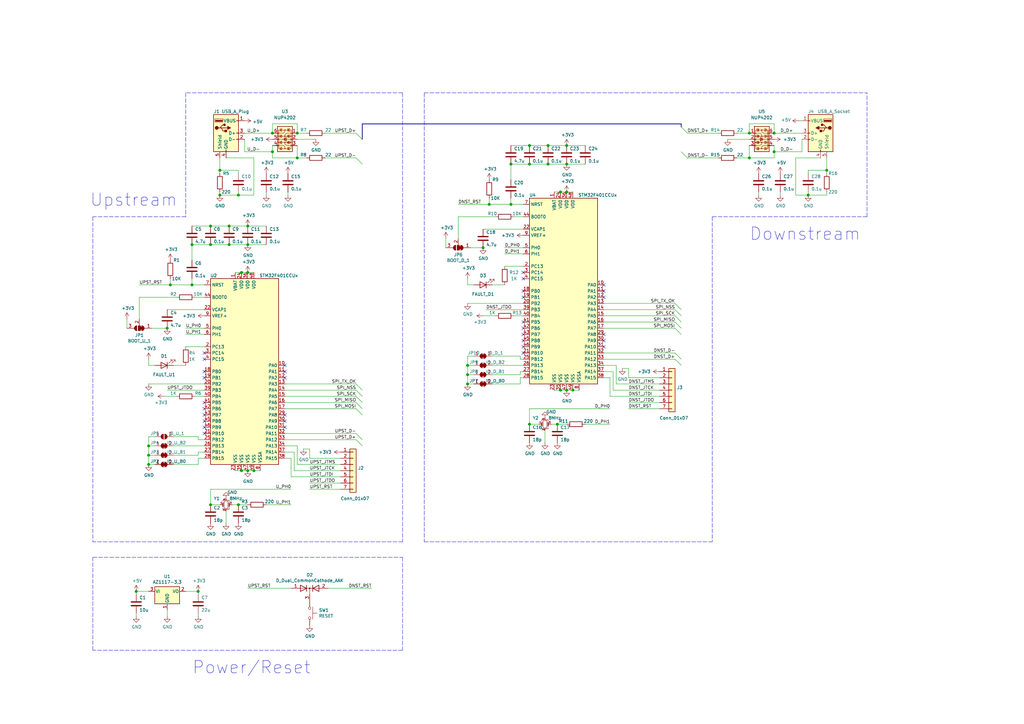
<source format=kicad_sch>
(kicad_sch (version 20210621) (generator eeschema)

  (uuid db03d4b6-47d9-4e9b-b26b-b754b97f7fc1)

  (paper "A3")

  

  (junction (at 55.88 242.57) (diameter 1.016) (color 0 0 0 0))
  (junction (at 60.96 182.88) (diameter 1.016) (color 0 0 0 0))
  (junction (at 60.96 186.69) (diameter 1.016) (color 0 0 0 0))
  (junction (at 60.96 190.5) (diameter 1.016) (color 0 0 0 0))
  (junction (at 68.58 134.62) (diameter 1.016) (color 0 0 0 0))
  (junction (at 69.85 116.84) (diameter 1.016) (color 0 0 0 0))
  (junction (at 78.74 100.33) (diameter 1.016) (color 0 0 0 0))
  (junction (at 78.74 116.84) (diameter 1.016) (color 0 0 0 0))
  (junction (at 81.28 242.57) (diameter 1.016) (color 0 0 0 0))
  (junction (at 86.36 92.71) (diameter 1.016) (color 0 0 0 0))
  (junction (at 86.36 100.33) (diameter 1.016) (color 0 0 0 0))
  (junction (at 86.36 207.01) (diameter 1.016) (color 0 0 0 0))
  (junction (at 90.17 69.85) (diameter 1.016) (color 0 0 0 0))
  (junction (at 90.17 80.01) (diameter 1.016) (color 0 0 0 0))
  (junction (at 93.98 92.71) (diameter 1.016) (color 0 0 0 0))
  (junction (at 93.98 100.33) (diameter 1.016) (color 0 0 0 0))
  (junction (at 97.79 80.01) (diameter 1.016) (color 0 0 0 0))
  (junction (at 97.79 207.01) (diameter 1.016) (color 0 0 0 0))
  (junction (at 99.06 111.76) (diameter 1.016) (color 0 0 0 0))
  (junction (at 99.06 193.04) (diameter 1.016) (color 0 0 0 0))
  (junction (at 101.6 92.71) (diameter 1.016) (color 0 0 0 0))
  (junction (at 101.6 100.33) (diameter 1.016) (color 0 0 0 0))
  (junction (at 101.6 111.76) (diameter 1.016) (color 0 0 0 0))
  (junction (at 101.6 193.04) (diameter 1.016) (color 0 0 0 0))
  (junction (at 104.14 193.04) (diameter 1.016) (color 0 0 0 0))
  (junction (at 111.76 54.61) (diameter 1.016) (color 0 0 0 0))
  (junction (at 111.76 62.23) (diameter 1.016) (color 0 0 0 0))
  (junction (at 121.92 54.61) (diameter 1.016) (color 0 0 0 0))
  (junction (at 121.92 64.77) (diameter 1.016) (color 0 0 0 0))
  (junction (at 191.77 149.86) (diameter 1.016) (color 0 0 0 0))
  (junction (at 191.77 153.67) (diameter 1.016) (color 0 0 0 0))
  (junction (at 191.77 157.48) (diameter 1.016) (color 0 0 0 0))
  (junction (at 198.12 101.6) (diameter 1.016) (color 0 0 0 0))
  (junction (at 200.66 83.82) (diameter 1.016) (color 0 0 0 0))
  (junction (at 209.55 67.31) (diameter 1.016) (color 0 0 0 0))
  (junction (at 209.55 83.82) (diameter 1.016) (color 0 0 0 0))
  (junction (at 217.17 59.69) (diameter 1.016) (color 0 0 0 0))
  (junction (at 217.17 67.31) (diameter 1.016) (color 0 0 0 0))
  (junction (at 217.17 173.99) (diameter 1.016) (color 0 0 0 0))
  (junction (at 224.79 59.69) (diameter 1.016) (color 0 0 0 0))
  (junction (at 224.79 67.31) (diameter 1.016) (color 0 0 0 0))
  (junction (at 228.6 173.99) (diameter 1.016) (color 0 0 0 0))
  (junction (at 229.87 78.74) (diameter 1.016) (color 0 0 0 0))
  (junction (at 229.87 160.02) (diameter 1.016) (color 0 0 0 0))
  (junction (at 232.41 59.69) (diameter 1.016) (color 0 0 0 0))
  (junction (at 232.41 67.31) (diameter 1.016) (color 0 0 0 0))
  (junction (at 232.41 78.74) (diameter 1.016) (color 0 0 0 0))
  (junction (at 232.41 160.02) (diameter 1.016) (color 0 0 0 0))
  (junction (at 234.95 160.02) (diameter 1.016) (color 0 0 0 0))
  (junction (at 307.34 54.61) (diameter 1.016) (color 0 0 0 0))
  (junction (at 307.34 64.77) (diameter 1.016) (color 0 0 0 0))
  (junction (at 317.5 54.61) (diameter 1.016) (color 0 0 0 0))
  (junction (at 317.5 62.23) (diameter 1.016) (color 0 0 0 0))
  (junction (at 331.47 80.01) (diameter 1.016) (color 0 0 0 0))
  (junction (at 339.09 69.85) (diameter 1.016) (color 0 0 0 0))

  (no_connect (at 83.82 144.78) (uuid ba9c655a-0bab-4844-b146-4da49ed64815))
  (no_connect (at 83.82 147.32) (uuid 4aa66828-8324-4815-b71a-dadcadb8e07e))
  (no_connect (at 83.82 152.4) (uuid d9894fec-7429-46cb-b36f-380e329af4e8))
  (no_connect (at 83.82 154.94) (uuid c457f6ee-2f85-4639-99c6-bde9d06b67ca))
  (no_connect (at 83.82 165.1) (uuid 6acdd49a-0d40-4c3e-a8e5-c9f50293a534))
  (no_connect (at 83.82 167.64) (uuid 83d49883-93d5-4722-bf2b-39e23844089c))
  (no_connect (at 83.82 170.18) (uuid bfe5d156-096f-4ae9-9bb3-ee315a2144da))
  (no_connect (at 83.82 172.72) (uuid 79e20a30-b25f-4055-83ab-5a9a65021126))
  (no_connect (at 83.82 175.26) (uuid 8aa5df4f-fd34-42a1-b59e-2514cc52a51f))
  (no_connect (at 83.82 177.8) (uuid c55019a2-2185-4e52-a715-b816e0d0bfc5))
  (no_connect (at 116.84 149.86) (uuid 8b817090-32a5-44bc-bc25-52e8509eba84))
  (no_connect (at 116.84 152.4) (uuid 000a25b8-764c-4841-95cf-4d12abcec46b))
  (no_connect (at 116.84 154.94) (uuid 94d5f6ed-de6f-4a79-b31b-86a6593c74ee))
  (no_connect (at 116.84 170.18) (uuid ead4f7ac-1ff8-40d3-b224-22e5297d58f6))
  (no_connect (at 116.84 172.72) (uuid 3d51d3d8-3bc0-4805-a72b-ce26f248d235))
  (no_connect (at 116.84 175.26) (uuid 4f088d4e-0e17-4367-93e7-e84ab4197093))
  (no_connect (at 214.63 111.76) (uuid b7e5b238-0ba5-48b4-8293-814cc5ebc63c))
  (no_connect (at 214.63 114.3) (uuid d1022956-e4d2-44eb-bc3e-72f7b74e022c))
  (no_connect (at 214.63 119.38) (uuid 13cf15b6-0f5a-4d1c-a6e4-cb54754dd6cf))
  (no_connect (at 214.63 121.92) (uuid e91451fa-8319-483f-a5a0-aa68fcaf7fe2))
  (no_connect (at 214.63 132.08) (uuid 586f9a72-d9a2-48eb-9937-86464d0204e5))
  (no_connect (at 214.63 134.62) (uuid 9016fd2c-36d7-4da4-9d52-34e38bb3053f))
  (no_connect (at 214.63 137.16) (uuid 3f93305f-57bf-484d-85c4-141200b7b78b))
  (no_connect (at 214.63 139.7) (uuid 21f36eea-1867-4c29-892e-a58ace88a3c1))
  (no_connect (at 214.63 142.24) (uuid 52e680a1-d838-4743-88d2-18ef913b2dd2))
  (no_connect (at 214.63 144.78) (uuid 5a2ee2d5-16d0-4171-a42b-662fc422fe03))
  (no_connect (at 247.65 116.84) (uuid eda0fbe6-ec61-449e-90c3-c26a710da00b))
  (no_connect (at 247.65 119.38) (uuid 76ed30b3-1454-43fc-b203-cde920b592de))
  (no_connect (at 247.65 121.92) (uuid 633c87fc-9603-4002-b88a-7a233a29c2c4))
  (no_connect (at 247.65 137.16) (uuid c5054399-3ff7-42d0-9672-18fe625d5a4e))
  (no_connect (at 247.65 139.7) (uuid 7d7059cc-66b7-4e5d-924f-5d9f13c52387))
  (no_connect (at 247.65 142.24) (uuid 71054e49-34ec-4052-9fca-cc516dd13a6b))

  (bus_entry (at 146.05 54.61) (size 2.54 2.54)
    (stroke (width 0) (type solid) (color 0 0 0 0))
    (uuid 93f10a82-0933-47ec-ba13-f374a8ca0166)
  )
  (bus_entry (at 146.05 64.77) (size 2.54 2.54)
    (stroke (width 0) (type solid) (color 0 0 0 0))
    (uuid baae67cc-79c9-4bfc-80f2-90601c3d9d22)
  )
  (bus_entry (at 146.05 157.48) (size 2.54 2.54)
    (stroke (width 0) (type solid) (color 0 0 0 0))
    (uuid 3110e304-ccdb-4aa2-84f7-38178f5b851e)
  )
  (bus_entry (at 146.05 160.02) (size 2.54 2.54)
    (stroke (width 0) (type solid) (color 0 0 0 0))
    (uuid 59243629-b924-4b24-8039-15f7a07de78d)
  )
  (bus_entry (at 146.05 162.56) (size 2.54 2.54)
    (stroke (width 0) (type solid) (color 0 0 0 0))
    (uuid 913e2aec-3751-4baf-ad56-3bc3774c492e)
  )
  (bus_entry (at 146.05 165.1) (size 2.54 2.54)
    (stroke (width 0) (type solid) (color 0 0 0 0))
    (uuid a21b7f74-d0ba-4f30-98f8-6ab96e5731df)
  )
  (bus_entry (at 146.05 167.64) (size 2.54 2.54)
    (stroke (width 0) (type solid) (color 0 0 0 0))
    (uuid 2eba82e2-1da6-44b9-8a74-c30430accee9)
  )
  (bus_entry (at 146.05 177.8) (size 2.54 2.54)
    (stroke (width 0) (type solid) (color 0 0 0 0))
    (uuid 84974d59-6086-4efe-8747-c10f4019e7bf)
  )
  (bus_entry (at 146.05 180.34) (size 2.54 2.54)
    (stroke (width 0) (type solid) (color 0 0 0 0))
    (uuid f10df138-2716-4655-8bcf-e90ba91536ad)
  )
  (bus_entry (at 276.86 124.46) (size 2.54 2.54)
    (stroke (width 0) (type solid) (color 0 0 0 0))
    (uuid a02da6c7-420e-4b43-985d-bf22b6b13336)
  )
  (bus_entry (at 276.86 127) (size 2.54 2.54)
    (stroke (width 0) (type solid) (color 0 0 0 0))
    (uuid ba5e9432-917e-4eb8-a248-495d488d2930)
  )
  (bus_entry (at 276.86 129.54) (size 2.54 2.54)
    (stroke (width 0) (type solid) (color 0 0 0 0))
    (uuid eee0d690-42c2-425c-850e-b9e4590d8e6e)
  )
  (bus_entry (at 276.86 132.08) (size 2.54 2.54)
    (stroke (width 0) (type solid) (color 0 0 0 0))
    (uuid b39d9a8b-f166-4a26-b83d-32145927ec29)
  )
  (bus_entry (at 276.86 134.62) (size 2.54 2.54)
    (stroke (width 0) (type solid) (color 0 0 0 0))
    (uuid 448fa926-5430-41eb-9bf1-19ca161cc734)
  )
  (bus_entry (at 276.86 144.78) (size 2.54 2.54)
    (stroke (width 0) (type solid) (color 0 0 0 0))
    (uuid 6506f778-5948-4994-95d2-bd0cfc826880)
  )
  (bus_entry (at 276.86 147.32) (size 2.54 2.54)
    (stroke (width 0) (type solid) (color 0 0 0 0))
    (uuid 22068849-d7cd-41d9-aa0d-56b82b752bd1)
  )
  (bus_entry (at 279.4 52.07) (size 2.54 2.54)
    (stroke (width 0) (type solid) (color 0 0 0 0))
    (uuid 9dca71f1-e0ed-47e6-aef4-a0401c96f895)
  )
  (bus_entry (at 279.4 62.23) (size 2.54 2.54)
    (stroke (width 0) (type solid) (color 0 0 0 0))
    (uuid f9bc3a59-4305-4485-864d-1ea515b98e52)
  )

  (wire (pts (xy 52.07 130.81) (xy 52.07 134.62))
    (stroke (width 0) (type solid) (color 0 0 0 0))
    (uuid c1d86894-1446-4b4b-8629-a2298e3cc626)
  )
  (wire (pts (xy 55.88 242.57) (xy 55.88 243.84))
    (stroke (width 0) (type solid) (color 0 0 0 0))
    (uuid 881d0820-4cff-4cac-9105-f091521342c2)
  )
  (wire (pts (xy 55.88 251.46) (xy 55.88 252.73))
    (stroke (width 0) (type solid) (color 0 0 0 0))
    (uuid 29c97700-dc08-4d8b-a964-ec94ea6edd5c)
  )
  (wire (pts (xy 57.15 116.84) (xy 69.85 116.84))
    (stroke (width 0) (type solid) (color 0 0 0 0))
    (uuid e116a3ac-fb13-4b03-9f65-bb2ab5429ff8)
  )
  (wire (pts (xy 57.15 121.92) (xy 57.15 130.81))
    (stroke (width 0) (type solid) (color 0 0 0 0))
    (uuid ba7bbf11-68ea-4326-adae-831e6ff8a557)
  )
  (wire (pts (xy 57.15 121.92) (xy 72.39 121.92))
    (stroke (width 0) (type solid) (color 0 0 0 0))
    (uuid be9b76a5-9a24-4361-b820-ec4788cf11cc)
  )
  (wire (pts (xy 60.96 147.32) (xy 60.96 149.86))
    (stroke (width 0) (type solid) (color 0 0 0 0))
    (uuid b2062f26-a541-4401-9145-33e0deeeef72)
  )
  (wire (pts (xy 60.96 149.86) (xy 63.5 149.86))
    (stroke (width 0) (type solid) (color 0 0 0 0))
    (uuid 3a5adfaa-228b-4672-9177-c1280d146f06)
  )
  (wire (pts (xy 60.96 179.07) (xy 60.96 182.88))
    (stroke (width 0) (type solid) (color 0 0 0 0))
    (uuid 1c54f1f3-d3fb-44db-abdf-5e8746af1fb6)
  )
  (wire (pts (xy 60.96 182.88) (xy 60.96 186.69))
    (stroke (width 0) (type solid) (color 0 0 0 0))
    (uuid fd966311-aaca-43f0-a3d2-d1efe80e6274)
  )
  (wire (pts (xy 60.96 186.69) (xy 60.96 190.5))
    (stroke (width 0) (type solid) (color 0 0 0 0))
    (uuid 70afa79c-a99e-47fc-9ab3-53b52fb66d2c)
  )
  (wire (pts (xy 60.96 190.5) (xy 63.5 190.5))
    (stroke (width 0) (type solid) (color 0 0 0 0))
    (uuid cdbcb71c-86b7-4a9a-9a96-a0408e04c6dc)
  )
  (wire (pts (xy 60.96 242.57) (xy 55.88 242.57))
    (stroke (width 0) (type solid) (color 0 0 0 0))
    (uuid 72694c6d-3935-49f5-b041-66ec1992472a)
  )
  (wire (pts (xy 62.23 134.62) (xy 68.58 134.62))
    (stroke (width 0) (type solid) (color 0 0 0 0))
    (uuid 622c6b4b-94e8-42ae-8041-7472a493ec30)
  )
  (wire (pts (xy 63.5 179.07) (xy 60.96 179.07))
    (stroke (width 0) (type solid) (color 0 0 0 0))
    (uuid 939dd04b-d438-4a7a-b1e8-68521041e7ee)
  )
  (wire (pts (xy 63.5 182.88) (xy 60.96 182.88))
    (stroke (width 0) (type solid) (color 0 0 0 0))
    (uuid 7d019443-5dfb-43e1-8301-566a9328d1b1)
  )
  (wire (pts (xy 63.5 186.69) (xy 60.96 186.69))
    (stroke (width 0) (type solid) (color 0 0 0 0))
    (uuid 31227d68-d16e-4bec-a5dc-ecd1d1e66fbd)
  )
  (wire (pts (xy 68.58 127) (xy 83.82 127))
    (stroke (width 0) (type solid) (color 0 0 0 0))
    (uuid f6df3601-bcdf-4cd8-ae36-9ae1d1a6e58d)
  )
  (wire (pts (xy 68.58 250.19) (xy 68.58 252.73))
    (stroke (width 0) (type solid) (color 0 0 0 0))
    (uuid e8a763a4-79fd-4dfc-adf2-3f332f12f4ad)
  )
  (wire (pts (xy 69.85 114.3) (xy 69.85 116.84))
    (stroke (width 0) (type solid) (color 0 0 0 0))
    (uuid fbf327b8-9c3a-4b51-95db-9b1f9727ae4c)
  )
  (wire (pts (xy 69.85 116.84) (xy 78.74 116.84))
    (stroke (width 0) (type solid) (color 0 0 0 0))
    (uuid 4a6df174-1804-4b6d-8a22-0d448fd59c88)
  )
  (wire (pts (xy 71.12 149.86) (xy 76.2 149.86))
    (stroke (width 0) (type solid) (color 0 0 0 0))
    (uuid 7968119f-a857-4ba5-b7d8-3a4e934b30ea)
  )
  (wire (pts (xy 71.12 179.07) (xy 81.28 179.07))
    (stroke (width 0) (type solid) (color 0 0 0 0))
    (uuid dbccb82d-bd84-4630-a564-33a319468a19)
  )
  (wire (pts (xy 71.12 182.88) (xy 83.82 182.88))
    (stroke (width 0) (type solid) (color 0 0 0 0))
    (uuid 0fd20f0f-2bbb-4eed-8d3d-bac16306c542)
  )
  (wire (pts (xy 71.12 186.69) (xy 81.28 186.69))
    (stroke (width 0) (type solid) (color 0 0 0 0))
    (uuid 9a1f5340-0e72-4d0e-80bc-f8c1a95d870a)
  )
  (wire (pts (xy 72.39 162.56) (xy 67.31 162.56))
    (stroke (width 0) (type solid) (color 0 0 0 0))
    (uuid aa722fde-c723-44fb-8840-f2c54bdb3fbf)
  )
  (wire (pts (xy 76.2 242.57) (xy 81.28 242.57))
    (stroke (width 0) (type solid) (color 0 0 0 0))
    (uuid d3317a84-2653-4f8a-b009-43f3e2519d0d)
  )
  (wire (pts (xy 78.74 92.71) (xy 86.36 92.71))
    (stroke (width 0) (type solid) (color 0 0 0 0))
    (uuid c6fc99f4-31be-4152-b571-41ae59bb7ac9)
  )
  (wire (pts (xy 78.74 100.33) (xy 86.36 100.33))
    (stroke (width 0) (type solid) (color 0 0 0 0))
    (uuid ae2d9c79-a46e-400e-9ea5-938e292b7023)
  )
  (wire (pts (xy 78.74 106.68) (xy 78.74 100.33))
    (stroke (width 0) (type solid) (color 0 0 0 0))
    (uuid de9bb84f-c1d0-4faf-a7d8-b6a4897a2ea9)
  )
  (wire (pts (xy 78.74 114.3) (xy 78.74 116.84))
    (stroke (width 0) (type solid) (color 0 0 0 0))
    (uuid 3173ea08-6041-4229-a653-dffacf175a15)
  )
  (wire (pts (xy 78.74 116.84) (xy 83.82 116.84))
    (stroke (width 0) (type solid) (color 0 0 0 0))
    (uuid a41e7e3f-1da0-4481-b2a6-fc512cc68e60)
  )
  (wire (pts (xy 81.28 179.07) (xy 81.28 180.34))
    (stroke (width 0) (type solid) (color 0 0 0 0))
    (uuid c5719bab-dc35-46d6-b46e-a8d20ad31faf)
  )
  (wire (pts (xy 81.28 180.34) (xy 83.82 180.34))
    (stroke (width 0) (type solid) (color 0 0 0 0))
    (uuid 1b719ceb-8391-493a-ba2c-ed1756a1a248)
  )
  (wire (pts (xy 81.28 185.42) (xy 83.82 185.42))
    (stroke (width 0) (type solid) (color 0 0 0 0))
    (uuid 2d8b3299-e5a3-42c0-ad43-81beaedd208a)
  )
  (wire (pts (xy 81.28 186.69) (xy 81.28 185.42))
    (stroke (width 0) (type solid) (color 0 0 0 0))
    (uuid c6716555-c8c9-44fb-9be7-dd782f15c2cf)
  )
  (wire (pts (xy 81.28 187.96) (xy 81.28 190.5))
    (stroke (width 0) (type solid) (color 0 0 0 0))
    (uuid 7ab5a4b4-9c2f-43fd-ab67-d42d57943e80)
  )
  (wire (pts (xy 81.28 190.5) (xy 71.12 190.5))
    (stroke (width 0) (type solid) (color 0 0 0 0))
    (uuid 54fcb2d9-5c2f-4a2c-980b-57b099d31568)
  )
  (wire (pts (xy 81.28 242.57) (xy 81.28 243.84))
    (stroke (width 0) (type solid) (color 0 0 0 0))
    (uuid e5160376-bcce-48c1-a1fa-008505c5bb16)
  )
  (wire (pts (xy 81.28 251.46) (xy 81.28 252.73))
    (stroke (width 0) (type solid) (color 0 0 0 0))
    (uuid e46f3122-15a0-45bb-ab9a-56ffc4ce0235)
  )
  (wire (pts (xy 83.82 121.92) (xy 80.01 121.92))
    (stroke (width 0) (type solid) (color 0 0 0 0))
    (uuid 645712ab-72ef-4013-a8bd-576361de5eeb)
  )
  (wire (pts (xy 83.82 134.62) (xy 76.2 134.62))
    (stroke (width 0) (type solid) (color 0 0 0 0))
    (uuid ebfa58ec-f36c-4bc7-b1a3-c18f832a9ebb)
  )
  (wire (pts (xy 83.82 137.16) (xy 76.2 137.16))
    (stroke (width 0) (type solid) (color 0 0 0 0))
    (uuid b53e8b51-1557-42e3-911f-1a3d9ad42c59)
  )
  (wire (pts (xy 83.82 142.24) (xy 76.2 142.24))
    (stroke (width 0) (type solid) (color 0 0 0 0))
    (uuid e227dac2-7a71-4e1b-8cd7-ab96b2f88426)
  )
  (wire (pts (xy 83.82 157.48) (xy 60.96 157.48))
    (stroke (width 0) (type solid) (color 0 0 0 0))
    (uuid abce4086-a337-466f-a67b-10b49b0a45b5)
  )
  (wire (pts (xy 83.82 160.02) (xy 68.58 160.02))
    (stroke (width 0) (type solid) (color 0 0 0 0))
    (uuid 35512083-8f7f-4c56-846e-a701243b9d4c)
  )
  (wire (pts (xy 83.82 162.56) (xy 80.01 162.56))
    (stroke (width 0) (type solid) (color 0 0 0 0))
    (uuid 1673d45c-4737-43bd-8998-6f6ba3252700)
  )
  (wire (pts (xy 83.82 187.96) (xy 81.28 187.96))
    (stroke (width 0) (type solid) (color 0 0 0 0))
    (uuid d69375da-7c86-4e04-a49c-2a3b4e33ad69)
  )
  (wire (pts (xy 86.36 92.71) (xy 93.98 92.71))
    (stroke (width 0) (type solid) (color 0 0 0 0))
    (uuid 7c17fb08-4956-4521-8433-c4e2ab1f0ce6)
  )
  (wire (pts (xy 86.36 100.33) (xy 93.98 100.33))
    (stroke (width 0) (type solid) (color 0 0 0 0))
    (uuid 362139d0-9056-4efc-a777-e292906afd80)
  )
  (wire (pts (xy 86.36 200.66) (xy 86.36 207.01))
    (stroke (width 0) (type solid) (color 0 0 0 0))
    (uuid 049fac86-c3a7-43e0-805f-918402480b08)
  )
  (wire (pts (xy 86.36 200.66) (xy 119.38 200.66))
    (stroke (width 0) (type solid) (color 0 0 0 0))
    (uuid eee22e35-cf25-4644-8178-7e866b1f660e)
  )
  (wire (pts (xy 86.36 207.01) (xy 90.17 207.01))
    (stroke (width 0) (type solid) (color 0 0 0 0))
    (uuid 54a2b5ae-01ba-4e9c-95d3-8f61d4582494)
  )
  (wire (pts (xy 90.17 64.77) (xy 90.17 69.85))
    (stroke (width 0) (type solid) (color 0 0 0 0))
    (uuid 58725687-2360-4c1d-9764-2a1a18a36d76)
  )
  (wire (pts (xy 90.17 69.85) (xy 97.79 69.85))
    (stroke (width 0) (type solid) (color 0 0 0 0))
    (uuid 9907b8b8-213e-453b-87ee-3b442fa9b54d)
  )
  (wire (pts (xy 90.17 71.12) (xy 90.17 69.85))
    (stroke (width 0) (type solid) (color 0 0 0 0))
    (uuid 50a7486e-d649-42a4-9343-ad8ad7bca03a)
  )
  (wire (pts (xy 90.17 78.74) (xy 90.17 80.01))
    (stroke (width 0) (type solid) (color 0 0 0 0))
    (uuid 43d6ffee-31fc-44de-b66f-19e2a8dcf759)
  )
  (wire (pts (xy 90.17 80.01) (xy 97.79 80.01))
    (stroke (width 0) (type solid) (color 0 0 0 0))
    (uuid bafae8fb-5703-440a-aea4-2af9525cbd2a)
  )
  (wire (pts (xy 92.71 64.77) (xy 104.14 64.77))
    (stroke (width 0) (type solid) (color 0 0 0 0))
    (uuid d613ecf6-441a-44b9-b65e-d95c3bb119da)
  )
  (wire (pts (xy 92.71 209.55) (xy 92.71 214.63))
    (stroke (width 0) (type solid) (color 0 0 0 0))
    (uuid f563e609-e350-4c42-a035-aebcab2bef2c)
  )
  (wire (pts (xy 93.98 92.71) (xy 101.6 92.71))
    (stroke (width 0) (type solid) (color 0 0 0 0))
    (uuid c5ebb4b4-84b5-4bad-9c3b-91412590f8a0)
  )
  (wire (pts (xy 93.98 100.33) (xy 101.6 100.33))
    (stroke (width 0) (type solid) (color 0 0 0 0))
    (uuid b9797d35-58af-4afe-bd21-124e7ec7d814)
  )
  (wire (pts (xy 96.52 111.76) (xy 99.06 111.76))
    (stroke (width 0) (type solid) (color 0 0 0 0))
    (uuid 9213734f-6f66-4ef2-994e-d310c9d8eb9a)
  )
  (wire (pts (xy 96.52 193.04) (xy 99.06 193.04))
    (stroke (width 0) (type solid) (color 0 0 0 0))
    (uuid 520b7ad5-a6a6-4809-a1e9-e9a16a1ccfe8)
  )
  (wire (pts (xy 97.79 69.85) (xy 97.79 71.12))
    (stroke (width 0) (type solid) (color 0 0 0 0))
    (uuid ba01060a-041b-424f-bf8e-46efad5c920a)
  )
  (wire (pts (xy 97.79 80.01) (xy 97.79 78.74))
    (stroke (width 0) (type solid) (color 0 0 0 0))
    (uuid 9b5f059f-81ef-4ab6-97fe-553769a452d1)
  )
  (wire (pts (xy 97.79 207.01) (xy 95.25 207.01))
    (stroke (width 0) (type solid) (color 0 0 0 0))
    (uuid 23b0ccc7-19f1-4818-8a9a-dd817db47d77)
  )
  (wire (pts (xy 99.06 111.76) (xy 101.6 111.76))
    (stroke (width 0) (type solid) (color 0 0 0 0))
    (uuid f89ebd40-be51-4714-813f-59019345cba0)
  )
  (wire (pts (xy 99.06 193.04) (xy 101.6 193.04))
    (stroke (width 0) (type solid) (color 0 0 0 0))
    (uuid b8583abc-c4d0-4533-83da-0c7755085b06)
  )
  (wire (pts (xy 100.33 57.15) (xy 100.33 62.23))
    (stroke (width 0) (type solid) (color 0 0 0 0))
    (uuid 184ca209-5c94-4b1f-99be-cecead00dc25)
  )
  (wire (pts (xy 101.6 92.71) (xy 109.22 92.71))
    (stroke (width 0) (type solid) (color 0 0 0 0))
    (uuid ab1e3a1c-5275-4ce7-b8cd-fb7ad5cf4736)
  )
  (wire (pts (xy 101.6 100.33) (xy 109.22 100.33))
    (stroke (width 0) (type solid) (color 0 0 0 0))
    (uuid 3aa48d97-8d52-49e5-bb25-9cde3370f655)
  )
  (wire (pts (xy 101.6 111.76) (xy 104.14 111.76))
    (stroke (width 0) (type solid) (color 0 0 0 0))
    (uuid 35ab5122-6971-416e-a968-4f181b848c76)
  )
  (wire (pts (xy 101.6 193.04) (xy 104.14 193.04))
    (stroke (width 0) (type solid) (color 0 0 0 0))
    (uuid 6a4e7ab4-44d9-44bc-89ff-32def6b13e6a)
  )
  (wire (pts (xy 101.6 207.01) (xy 97.79 207.01))
    (stroke (width 0) (type solid) (color 0 0 0 0))
    (uuid 55d01a75-2b57-4198-874a-5e607c20c882)
  )
  (wire (pts (xy 101.6 241.3) (xy 119.38 241.3))
    (stroke (width 0) (type solid) (color 0 0 0 0))
    (uuid 34bea044-dc20-43c3-a54e-d2365f71ac7e)
  )
  (wire (pts (xy 104.14 64.77) (xy 104.14 80.01))
    (stroke (width 0) (type solid) (color 0 0 0 0))
    (uuid fb2f3b99-bc14-4c67-999c-8b18b90edaa7)
  )
  (wire (pts (xy 104.14 80.01) (xy 97.79 80.01))
    (stroke (width 0) (type solid) (color 0 0 0 0))
    (uuid e97306a6-6656-4cce-a423-77ded54a83a3)
  )
  (wire (pts (xy 104.14 193.04) (xy 106.68 193.04))
    (stroke (width 0) (type solid) (color 0 0 0 0))
    (uuid bd4f2904-5393-4393-a935-329e5d982a45)
  )
  (wire (pts (xy 109.22 78.74) (xy 109.22 80.01))
    (stroke (width 0) (type solid) (color 0 0 0 0))
    (uuid 75406c4a-7667-4e33-bd72-25daa365188f)
  )
  (wire (pts (xy 109.22 207.01) (xy 119.38 207.01))
    (stroke (width 0) (type solid) (color 0 0 0 0))
    (uuid 9c8d4f8c-3b56-42d4-9b7b-0cae45a9f959)
  )
  (wire (pts (xy 111.76 50.8) (xy 121.92 50.8))
    (stroke (width 0) (type solid) (color 0 0 0 0))
    (uuid de32ecb3-5684-41d2-8d7c-e1e813461748)
  )
  (wire (pts (xy 111.76 54.61) (xy 100.33 54.61))
    (stroke (width 0) (type solid) (color 0 0 0 0))
    (uuid 1e8e3583-3834-467f-8dc3-5f6161876a71)
  )
  (wire (pts (xy 111.76 54.61) (xy 111.76 50.8))
    (stroke (width 0) (type solid) (color 0 0 0 0))
    (uuid 992c79aa-d632-49d9-adef-405bf300e0cf)
  )
  (wire (pts (xy 111.76 62.23) (xy 100.33 62.23))
    (stroke (width 0) (type solid) (color 0 0 0 0))
    (uuid 0bcb0aa1-73a7-48f1-8d26-7e22374ddce2)
  )
  (wire (pts (xy 111.76 62.23) (xy 111.76 59.69))
    (stroke (width 0) (type solid) (color 0 0 0 0))
    (uuid 5589fadf-4829-4fb5-8a74-b4cbd09ae676)
  )
  (wire (pts (xy 111.76 64.77) (xy 111.76 62.23))
    (stroke (width 0) (type solid) (color 0 0 0 0))
    (uuid cb0246a6-9996-42a6-9142-f2fa6fd5fdd4)
  )
  (wire (pts (xy 116.84 157.48) (xy 146.05 157.48))
    (stroke (width 0) (type solid) (color 0 0 0 0))
    (uuid 3b2ff348-0cde-459e-bcf3-5c6c16471f49)
  )
  (wire (pts (xy 116.84 160.02) (xy 146.05 160.02))
    (stroke (width 0) (type solid) (color 0 0 0 0))
    (uuid 1b645aa0-fe56-489a-b9a3-85bdbfcdadb2)
  )
  (wire (pts (xy 116.84 162.56) (xy 146.05 162.56))
    (stroke (width 0) (type solid) (color 0 0 0 0))
    (uuid 72a17dee-f402-4e0a-877d-594d2f8efd1a)
  )
  (wire (pts (xy 116.84 165.1) (xy 146.05 165.1))
    (stroke (width 0) (type solid) (color 0 0 0 0))
    (uuid e238177e-e012-4fe5-9832-12a9ff4da07f)
  )
  (wire (pts (xy 116.84 167.64) (xy 146.05 167.64))
    (stroke (width 0) (type solid) (color 0 0 0 0))
    (uuid 280a49dc-63a7-4a9c-aff6-265ca0d30c33)
  )
  (wire (pts (xy 116.84 177.8) (xy 146.05 177.8))
    (stroke (width 0) (type solid) (color 0 0 0 0))
    (uuid 13e9a014-a7be-4f2f-9120-d2cc0fbd157e)
  )
  (wire (pts (xy 116.84 180.34) (xy 146.05 180.34))
    (stroke (width 0) (type solid) (color 0 0 0 0))
    (uuid 66946927-a33b-4594-a83b-67170f9fcc2f)
  )
  (wire (pts (xy 116.84 182.88) (xy 121.92 182.88))
    (stroke (width 0) (type solid) (color 0 0 0 0))
    (uuid 49ba1d26-9782-40bc-a6aa-3246f03d069f)
  )
  (wire (pts (xy 116.84 185.42) (xy 120.65 185.42))
    (stroke (width 0) (type solid) (color 0 0 0 0))
    (uuid 3cc8e8df-628d-4c8d-810b-be3520e02c14)
  )
  (wire (pts (xy 116.84 187.96) (xy 119.38 187.96))
    (stroke (width 0) (type solid) (color 0 0 0 0))
    (uuid 114e9ebf-c4c9-442a-8756-4205a1bd44da)
  )
  (wire (pts (xy 118.11 78.74) (xy 118.11 80.01))
    (stroke (width 0) (type solid) (color 0 0 0 0))
    (uuid 91cd84bc-7f50-4789-b484-03735ca18ad4)
  )
  (wire (pts (xy 119.38 187.96) (xy 119.38 195.58))
    (stroke (width 0) (type solid) (color 0 0 0 0))
    (uuid 3ac983bf-6a31-41c4-845a-0c168a53b96e)
  )
  (wire (pts (xy 119.38 195.58) (xy 139.7 195.58))
    (stroke (width 0) (type solid) (color 0 0 0 0))
    (uuid b922b7dc-16c4-4ae9-bf1b-121aa30fbbe9)
  )
  (wire (pts (xy 120.65 185.42) (xy 120.65 193.04))
    (stroke (width 0) (type solid) (color 0 0 0 0))
    (uuid bcb4f26c-e6ce-45d1-a3c5-4796bf591da2)
  )
  (wire (pts (xy 120.65 193.04) (xy 139.7 193.04))
    (stroke (width 0) (type solid) (color 0 0 0 0))
    (uuid 93b1d4a7-1f4b-4505-8d05-40cc5617aa6a)
  )
  (wire (pts (xy 121.92 50.8) (xy 121.92 54.61))
    (stroke (width 0) (type solid) (color 0 0 0 0))
    (uuid 15a5933e-2e11-498c-961b-eff15dc6e2a5)
  )
  (wire (pts (xy 121.92 57.15) (xy 129.54 57.15))
    (stroke (width 0) (type solid) (color 0 0 0 0))
    (uuid 2bd7b0e9-f692-4731-9310-00f344e1e752)
  )
  (wire (pts (xy 121.92 64.77) (xy 111.76 64.77))
    (stroke (width 0) (type solid) (color 0 0 0 0))
    (uuid eb1ac7e8-f047-42f3-914f-c61a89d7f60a)
  )
  (wire (pts (xy 121.92 64.77) (xy 121.92 59.69))
    (stroke (width 0) (type solid) (color 0 0 0 0))
    (uuid e00c1e4b-1536-4751-a755-e9fc13270ec3)
  )
  (wire (pts (xy 121.92 182.88) (xy 121.92 190.5))
    (stroke (width 0) (type solid) (color 0 0 0 0))
    (uuid 045b3f07-61b3-4fce-930a-23b381772863)
  )
  (wire (pts (xy 121.92 190.5) (xy 139.7 190.5))
    (stroke (width 0) (type solid) (color 0 0 0 0))
    (uuid 7dd54390-da35-4ba5-ab91-af8035cd6f95)
  )
  (wire (pts (xy 124.46 184.15) (xy 127 184.15))
    (stroke (width 0) (type solid) (color 0 0 0 0))
    (uuid c097cfa2-1679-4a95-8695-2e0b48017b4a)
  )
  (wire (pts (xy 125.73 54.61) (xy 121.92 54.61))
    (stroke (width 0) (type solid) (color 0 0 0 0))
    (uuid a5971e25-d013-4653-95d0-02fef528fb1a)
  )
  (wire (pts (xy 125.73 64.77) (xy 121.92 64.77))
    (stroke (width 0) (type solid) (color 0 0 0 0))
    (uuid 78ba79b7-51b5-4884-9e3f-66b82a9ff086)
  )
  (wire (pts (xy 127 184.15) (xy 127 187.96))
    (stroke (width 0) (type solid) (color 0 0 0 0))
    (uuid a6dcbdc7-3313-49de-a2ce-4310e62d427a)
  )
  (wire (pts (xy 127 187.96) (xy 139.7 187.96))
    (stroke (width 0) (type solid) (color 0 0 0 0))
    (uuid 01e47750-dc6e-4c37-bdda-ce6872440258)
  )
  (wire (pts (xy 127 200.66) (xy 139.7 200.66))
    (stroke (width 0) (type solid) (color 0 0 0 0))
    (uuid 35e39443-1b52-4661-9cae-133f3d277607)
  )
  (wire (pts (xy 139.7 198.12) (xy 127 198.12))
    (stroke (width 0) (type solid) (color 0 0 0 0))
    (uuid 24efff2c-da24-42f5-9667-bca54a5047cd)
  )
  (wire (pts (xy 146.05 54.61) (xy 133.35 54.61))
    (stroke (width 0) (type solid) (color 0 0 0 0))
    (uuid a0da0f77-0653-4cd7-adcd-748e9a651710)
  )
  (wire (pts (xy 146.05 64.77) (xy 133.35 64.77))
    (stroke (width 0) (type solid) (color 0 0 0 0))
    (uuid b47083e1-fa0e-48c5-be7e-66c6deaa89d2)
  )
  (wire (pts (xy 152.4 241.3) (xy 134.62 241.3))
    (stroke (width 0) (type solid) (color 0 0 0 0))
    (uuid 65d3edcc-b01e-4bc0-ad75-fc2623cf279d)
  )
  (wire (pts (xy 182.88 97.79) (xy 182.88 101.6))
    (stroke (width 0) (type solid) (color 0 0 0 0))
    (uuid 496f471b-d51b-48a2-b737-089ac1d2b9e7)
  )
  (wire (pts (xy 187.96 83.82) (xy 200.66 83.82))
    (stroke (width 0) (type solid) (color 0 0 0 0))
    (uuid d192e2f5-40a1-4cb4-8d28-5273881b4fba)
  )
  (wire (pts (xy 187.96 88.9) (xy 187.96 97.79))
    (stroke (width 0) (type solid) (color 0 0 0 0))
    (uuid 5709b640-7886-4615-9b69-a20697a3a945)
  )
  (wire (pts (xy 187.96 88.9) (xy 203.2 88.9))
    (stroke (width 0) (type solid) (color 0 0 0 0))
    (uuid 245f6a27-d6cd-48a4-b552-2c7009a647d0)
  )
  (wire (pts (xy 191.77 114.3) (xy 191.77 116.84))
    (stroke (width 0) (type solid) (color 0 0 0 0))
    (uuid a31b1c7b-60af-4e5a-9dc1-a57eb562314e)
  )
  (wire (pts (xy 191.77 116.84) (xy 194.31 116.84))
    (stroke (width 0) (type solid) (color 0 0 0 0))
    (uuid 8a5c4593-0549-4fc9-9c7f-6c5180825da5)
  )
  (wire (pts (xy 191.77 146.05) (xy 191.77 149.86))
    (stroke (width 0) (type solid) (color 0 0 0 0))
    (uuid da2b5f93-32de-45df-8e11-9fa538c876ea)
  )
  (wire (pts (xy 191.77 149.86) (xy 191.77 153.67))
    (stroke (width 0) (type solid) (color 0 0 0 0))
    (uuid 3b96d4b0-f439-42c7-8ea2-b112c0694dd5)
  )
  (wire (pts (xy 191.77 153.67) (xy 191.77 157.48))
    (stroke (width 0) (type solid) (color 0 0 0 0))
    (uuid 060338d3-2b30-4b12-be50-267d4f5516ca)
  )
  (wire (pts (xy 191.77 157.48) (xy 194.31 157.48))
    (stroke (width 0) (type solid) (color 0 0 0 0))
    (uuid 2489c303-49bf-4e77-abb5-236d3fc6999c)
  )
  (wire (pts (xy 193.04 101.6) (xy 198.12 101.6))
    (stroke (width 0) (type solid) (color 0 0 0 0))
    (uuid 2e82e29c-7e3e-4f82-8ab5-da6740d714ca)
  )
  (wire (pts (xy 194.31 146.05) (xy 191.77 146.05))
    (stroke (width 0) (type solid) (color 0 0 0 0))
    (uuid fedcc1b4-a467-405e-a23f-c6b5bcb95ffa)
  )
  (wire (pts (xy 194.31 149.86) (xy 191.77 149.86))
    (stroke (width 0) (type solid) (color 0 0 0 0))
    (uuid fe47bab0-9506-435e-a885-84707666119b)
  )
  (wire (pts (xy 194.31 153.67) (xy 191.77 153.67))
    (stroke (width 0) (type solid) (color 0 0 0 0))
    (uuid 9bcf23af-8cd6-484f-a554-ca6350a62696)
  )
  (wire (pts (xy 198.12 93.98) (xy 214.63 93.98))
    (stroke (width 0) (type solid) (color 0 0 0 0))
    (uuid 106f38d9-6f4c-41ef-a7f9-4752c6a12ceb)
  )
  (wire (pts (xy 199.39 127) (xy 214.63 127))
    (stroke (width 0) (type solid) (color 0 0 0 0))
    (uuid 34d9811b-5dd1-4807-9a57-8ec9d89db238)
  )
  (wire (pts (xy 200.66 81.28) (xy 200.66 83.82))
    (stroke (width 0) (type solid) (color 0 0 0 0))
    (uuid 8c421b6f-f118-48e9-abf9-df70ca9c1226)
  )
  (wire (pts (xy 200.66 83.82) (xy 209.55 83.82))
    (stroke (width 0) (type solid) (color 0 0 0 0))
    (uuid e5004ef9-fe63-4ecb-ab17-87c0c3c02371)
  )
  (wire (pts (xy 201.93 116.84) (xy 207.01 116.84))
    (stroke (width 0) (type solid) (color 0 0 0 0))
    (uuid 933ede84-1ad0-4785-9018-2bedeaad6bda)
  )
  (wire (pts (xy 201.93 149.86) (xy 214.63 149.86))
    (stroke (width 0) (type solid) (color 0 0 0 0))
    (uuid 2ff827d4-c3af-46f6-bf54-ba31cd1640c0)
  )
  (wire (pts (xy 201.93 153.67) (xy 213.36 153.67))
    (stroke (width 0) (type solid) (color 0 0 0 0))
    (uuid ee8ebff7-d70b-4624-9807-ff3ecbfe1965)
  )
  (wire (pts (xy 203.2 129.54) (xy 198.12 129.54))
    (stroke (width 0) (type solid) (color 0 0 0 0))
    (uuid 2fe20f9f-8b92-4e78-8e10-92bd81e5691d)
  )
  (wire (pts (xy 209.55 59.69) (xy 217.17 59.69))
    (stroke (width 0) (type solid) (color 0 0 0 0))
    (uuid 8bbf038f-e854-4bab-baba-07e35f5db59f)
  )
  (wire (pts (xy 209.55 67.31) (xy 217.17 67.31))
    (stroke (width 0) (type solid) (color 0 0 0 0))
    (uuid ab2118c3-d46d-4689-8b64-4ed18c8cdddb)
  )
  (wire (pts (xy 209.55 73.66) (xy 209.55 67.31))
    (stroke (width 0) (type solid) (color 0 0 0 0))
    (uuid be1cb1c9-2e08-4937-b2b1-3b67227e8936)
  )
  (wire (pts (xy 209.55 81.28) (xy 209.55 83.82))
    (stroke (width 0) (type solid) (color 0 0 0 0))
    (uuid 4e6d6dba-55c7-4041-b683-9eb2d8eab77d)
  )
  (wire (pts (xy 209.55 83.82) (xy 214.63 83.82))
    (stroke (width 0) (type solid) (color 0 0 0 0))
    (uuid d4b61b2c-c692-45c5-ae64-6528e00ea2af)
  )
  (wire (pts (xy 213.36 146.05) (xy 201.93 146.05))
    (stroke (width 0) (type solid) (color 0 0 0 0))
    (uuid 032309a4-95ef-4d95-92f2-2b608953d4fe)
  )
  (wire (pts (xy 213.36 147.32) (xy 213.36 146.05))
    (stroke (width 0) (type solid) (color 0 0 0 0))
    (uuid ab006316-ba21-4796-afc0-5bcb15f06870)
  )
  (wire (pts (xy 213.36 152.4) (xy 214.63 152.4))
    (stroke (width 0) (type solid) (color 0 0 0 0))
    (uuid ca4d3b27-cd47-4435-9a4d-7cca7aedf85e)
  )
  (wire (pts (xy 213.36 153.67) (xy 213.36 152.4))
    (stroke (width 0) (type solid) (color 0 0 0 0))
    (uuid 0f008512-190f-402f-9393-1e57608393e2)
  )
  (wire (pts (xy 213.36 154.94) (xy 213.36 157.48))
    (stroke (width 0) (type solid) (color 0 0 0 0))
    (uuid 4aefcc0f-a44f-4cfc-a2a7-617f7d221f53)
  )
  (wire (pts (xy 213.36 157.48) (xy 201.93 157.48))
    (stroke (width 0) (type solid) (color 0 0 0 0))
    (uuid e857f12f-3aa6-4554-bad5-d72cc68a3c49)
  )
  (wire (pts (xy 214.63 88.9) (xy 210.82 88.9))
    (stroke (width 0) (type solid) (color 0 0 0 0))
    (uuid 233aeb78-573e-4e1d-9f5f-1bc7bd9e9481)
  )
  (wire (pts (xy 214.63 101.6) (xy 207.01 101.6))
    (stroke (width 0) (type solid) (color 0 0 0 0))
    (uuid 346077e9-2367-4743-84af-e7464b7fdf9e)
  )
  (wire (pts (xy 214.63 104.14) (xy 207.01 104.14))
    (stroke (width 0) (type solid) (color 0 0 0 0))
    (uuid 1e308dcc-3dab-4b63-b898-62b1567d7ee1)
  )
  (wire (pts (xy 214.63 109.22) (xy 207.01 109.22))
    (stroke (width 0) (type solid) (color 0 0 0 0))
    (uuid 02ade97f-5e46-4c06-8248-4880fd27bc04)
  )
  (wire (pts (xy 214.63 124.46) (xy 191.77 124.46))
    (stroke (width 0) (type solid) (color 0 0 0 0))
    (uuid ebf5f955-9349-4caa-92b7-1ec1eeed385d)
  )
  (wire (pts (xy 214.63 129.54) (xy 210.82 129.54))
    (stroke (width 0) (type solid) (color 0 0 0 0))
    (uuid d4440fe4-81c6-457f-8052-0ca5aebb6945)
  )
  (wire (pts (xy 214.63 147.32) (xy 213.36 147.32))
    (stroke (width 0) (type solid) (color 0 0 0 0))
    (uuid a781f673-92ec-4870-bf2a-98d04236d392)
  )
  (wire (pts (xy 214.63 154.94) (xy 213.36 154.94))
    (stroke (width 0) (type solid) (color 0 0 0 0))
    (uuid 0ef48228-52f9-4415-8ea4-057815233d4b)
  )
  (wire (pts (xy 217.17 59.69) (xy 224.79 59.69))
    (stroke (width 0) (type solid) (color 0 0 0 0))
    (uuid eb77c988-6541-4add-9355-7c14706241db)
  )
  (wire (pts (xy 217.17 67.31) (xy 224.79 67.31))
    (stroke (width 0) (type solid) (color 0 0 0 0))
    (uuid 93ff6d2b-a660-4ab3-9ae1-ac520bae4dd6)
  )
  (wire (pts (xy 217.17 167.64) (xy 217.17 173.99))
    (stroke (width 0) (type solid) (color 0 0 0 0))
    (uuid 1a732226-3389-4174-9322-3b3f60b621b5)
  )
  (wire (pts (xy 217.17 173.99) (xy 220.98 173.99))
    (stroke (width 0) (type solid) (color 0 0 0 0))
    (uuid 82b54d63-7373-4cdb-bb9a-f065f9b6aa3c)
  )
  (wire (pts (xy 223.52 176.53) (xy 223.52 181.61))
    (stroke (width 0) (type solid) (color 0 0 0 0))
    (uuid 2bacc14b-13e1-4ed8-a7a9-ecb5e0dbd3c9)
  )
  (wire (pts (xy 224.79 59.69) (xy 232.41 59.69))
    (stroke (width 0) (type solid) (color 0 0 0 0))
    (uuid 524473b4-29ab-48aa-a37a-5a2d212c703f)
  )
  (wire (pts (xy 224.79 67.31) (xy 232.41 67.31))
    (stroke (width 0) (type solid) (color 0 0 0 0))
    (uuid d91baebc-db61-4d11-a578-205060b12270)
  )
  (wire (pts (xy 227.33 78.74) (xy 229.87 78.74))
    (stroke (width 0) (type solid) (color 0 0 0 0))
    (uuid d2c7a9d1-1455-4996-9bae-ce9c726708d8)
  )
  (wire (pts (xy 227.33 160.02) (xy 229.87 160.02))
    (stroke (width 0) (type solid) (color 0 0 0 0))
    (uuid 47f2bf06-9545-4875-ae14-a4e0d0c1e325)
  )
  (wire (pts (xy 228.6 173.99) (xy 226.06 173.99))
    (stroke (width 0) (type solid) (color 0 0 0 0))
    (uuid b4140ede-9d5f-458b-b9aa-cfdd5346ce75)
  )
  (wire (pts (xy 229.87 78.74) (xy 232.41 78.74))
    (stroke (width 0) (type solid) (color 0 0 0 0))
    (uuid d3ede921-06eb-4528-8fcd-03fbcefcc9d5)
  )
  (wire (pts (xy 229.87 160.02) (xy 232.41 160.02))
    (stroke (width 0) (type solid) (color 0 0 0 0))
    (uuid 7e4882ff-37dd-4fcf-bf92-29e04b25d985)
  )
  (wire (pts (xy 232.41 59.69) (xy 240.03 59.69))
    (stroke (width 0) (type solid) (color 0 0 0 0))
    (uuid 878586dc-80a4-4401-a504-064be3a8879f)
  )
  (wire (pts (xy 232.41 67.31) (xy 240.03 67.31))
    (stroke (width 0) (type solid) (color 0 0 0 0))
    (uuid 1d3e7d54-48ee-41ba-adf6-03d3fd39ccbe)
  )
  (wire (pts (xy 232.41 78.74) (xy 234.95 78.74))
    (stroke (width 0) (type solid) (color 0 0 0 0))
    (uuid 7c7f2956-cec1-48b8-a226-dbe5abea2e20)
  )
  (wire (pts (xy 232.41 160.02) (xy 234.95 160.02))
    (stroke (width 0) (type solid) (color 0 0 0 0))
    (uuid 02159e1e-ed7d-4764-a94c-9c5b180aa73e)
  )
  (wire (pts (xy 232.41 173.99) (xy 228.6 173.99))
    (stroke (width 0) (type solid) (color 0 0 0 0))
    (uuid f5235976-8d5e-4a02-bded-4b75fe5f0348)
  )
  (wire (pts (xy 234.95 160.02) (xy 237.49 160.02))
    (stroke (width 0) (type solid) (color 0 0 0 0))
    (uuid f188a63a-ecd9-4579-a710-f83c4e7c6194)
  )
  (wire (pts (xy 247.65 124.46) (xy 276.86 124.46))
    (stroke (width 0) (type solid) (color 0 0 0 0))
    (uuid c22da984-e90c-48d5-879a-f4b47e2bdf7e)
  )
  (wire (pts (xy 247.65 127) (xy 276.86 127))
    (stroke (width 0) (type solid) (color 0 0 0 0))
    (uuid 5feab770-a691-4612-b931-db1e5b88f39d)
  )
  (wire (pts (xy 247.65 129.54) (xy 276.86 129.54))
    (stroke (width 0) (type solid) (color 0 0 0 0))
    (uuid af827755-0997-4d67-a307-80d89177ccf2)
  )
  (wire (pts (xy 247.65 132.08) (xy 276.86 132.08))
    (stroke (width 0) (type solid) (color 0 0 0 0))
    (uuid a869ed8e-7d94-4480-a221-d26e587e1087)
  )
  (wire (pts (xy 247.65 134.62) (xy 276.86 134.62))
    (stroke (width 0) (type solid) (color 0 0 0 0))
    (uuid 84f0071f-b11a-4775-ba9b-3fa20549c518)
  )
  (wire (pts (xy 247.65 144.78) (xy 276.86 144.78))
    (stroke (width 0) (type solid) (color 0 0 0 0))
    (uuid 3ae46abc-f2fd-402a-894f-3c41b7ce3938)
  )
  (wire (pts (xy 247.65 147.32) (xy 276.86 147.32))
    (stroke (width 0) (type solid) (color 0 0 0 0))
    (uuid d7f17445-74b1-4122-a227-4d9e21bceebc)
  )
  (wire (pts (xy 247.65 149.86) (xy 252.73 149.86))
    (stroke (width 0) (type solid) (color 0 0 0 0))
    (uuid 7e027ace-9b7f-41ab-b2e2-314c5848fb16)
  )
  (wire (pts (xy 247.65 152.4) (xy 251.46 152.4))
    (stroke (width 0) (type solid) (color 0 0 0 0))
    (uuid 706c237c-01ed-4a0b-9e2c-d4feb6e63a60)
  )
  (wire (pts (xy 247.65 154.94) (xy 250.19 154.94))
    (stroke (width 0) (type solid) (color 0 0 0 0))
    (uuid bbbbeffe-42a4-4ddd-ba4c-93f94a23eda2)
  )
  (wire (pts (xy 250.19 154.94) (xy 250.19 162.56))
    (stroke (width 0) (type solid) (color 0 0 0 0))
    (uuid b2bda342-5bf4-4840-83b3-a9eac3c63afe)
  )
  (wire (pts (xy 250.19 162.56) (xy 270.51 162.56))
    (stroke (width 0) (type solid) (color 0 0 0 0))
    (uuid 5cd856ab-60dd-4418-ac54-8c96c50fc28a)
  )
  (wire (pts (xy 250.19 167.64) (xy 217.17 167.64))
    (stroke (width 0) (type solid) (color 0 0 0 0))
    (uuid d3b8d0ad-a852-49c9-9daf-e7b78d2fe727)
  )
  (wire (pts (xy 250.19 173.99) (xy 240.03 173.99))
    (stroke (width 0) (type solid) (color 0 0 0 0))
    (uuid 79f34989-767a-4af9-a252-cf0b7ee1fd51)
  )
  (wire (pts (xy 251.46 152.4) (xy 251.46 160.02))
    (stroke (width 0) (type solid) (color 0 0 0 0))
    (uuid 00ba440d-f9aa-41f6-8e42-bd02cb3aa18c)
  )
  (wire (pts (xy 251.46 160.02) (xy 270.51 160.02))
    (stroke (width 0) (type solid) (color 0 0 0 0))
    (uuid cee6b910-87b9-4282-a718-5fb8da79f9be)
  )
  (wire (pts (xy 252.73 149.86) (xy 252.73 157.48))
    (stroke (width 0) (type solid) (color 0 0 0 0))
    (uuid 83c7985f-bbf6-49f2-be96-592e11d2da34)
  )
  (wire (pts (xy 252.73 157.48) (xy 270.51 157.48))
    (stroke (width 0) (type solid) (color 0 0 0 0))
    (uuid f91d6395-659f-459b-8318-e7a66d191f77)
  )
  (wire (pts (xy 255.27 151.13) (xy 257.81 151.13))
    (stroke (width 0) (type solid) (color 0 0 0 0))
    (uuid 4b4d4ff4-e3c1-4248-b59f-150256ade928)
  )
  (wire (pts (xy 257.81 151.13) (xy 257.81 154.94))
    (stroke (width 0) (type solid) (color 0 0 0 0))
    (uuid 4cd54843-9b6f-4c0c-a436-074ce84b9fda)
  )
  (wire (pts (xy 257.81 154.94) (xy 270.51 154.94))
    (stroke (width 0) (type solid) (color 0 0 0 0))
    (uuid 6f3d8b24-927a-4c7d-a829-b06c1c02dc43)
  )
  (wire (pts (xy 257.81 167.64) (xy 270.51 167.64))
    (stroke (width 0) (type solid) (color 0 0 0 0))
    (uuid 67f9bd60-2d58-4e60-81d2-37881deacd78)
  )
  (wire (pts (xy 270.51 165.1) (xy 257.81 165.1))
    (stroke (width 0) (type solid) (color 0 0 0 0))
    (uuid e369a874-ad35-4608-ae31-6978754be728)
  )
  (wire (pts (xy 281.94 54.61) (xy 294.64 54.61))
    (stroke (width 0) (type solid) (color 0 0 0 0))
    (uuid 379a507f-4540-49c9-9cbc-3c82bcaa4c35)
  )
  (wire (pts (xy 281.94 64.77) (xy 294.64 64.77))
    (stroke (width 0) (type solid) (color 0 0 0 0))
    (uuid fce4a17b-c79f-4159-8148-65317868fd80)
  )
  (wire (pts (xy 302.26 54.61) (xy 307.34 54.61))
    (stroke (width 0) (type solid) (color 0 0 0 0))
    (uuid f6557162-7c5f-40fb-9e84-56402284b4e7)
  )
  (wire (pts (xy 302.26 64.77) (xy 307.34 64.77))
    (stroke (width 0) (type solid) (color 0 0 0 0))
    (uuid 3749d514-7e1b-4f83-a27f-15840a76a875)
  )
  (wire (pts (xy 307.34 50.8) (xy 317.5 50.8))
    (stroke (width 0) (type solid) (color 0 0 0 0))
    (uuid 98d0f7d5-2e2e-4f86-b911-ca55e562667a)
  )
  (wire (pts (xy 307.34 54.61) (xy 307.34 50.8))
    (stroke (width 0) (type solid) (color 0 0 0 0))
    (uuid 313a1a53-61a5-470d-b1af-8f2c54424415)
  )
  (wire (pts (xy 307.34 57.15) (xy 298.45 57.15))
    (stroke (width 0) (type solid) (color 0 0 0 0))
    (uuid aba619da-d1d3-4b3e-88df-95481f594113)
  )
  (wire (pts (xy 307.34 64.77) (xy 307.34 59.69))
    (stroke (width 0) (type solid) (color 0 0 0 0))
    (uuid 8d1410c2-ef58-4e16-b802-b66be3d8b29f)
  )
  (wire (pts (xy 307.34 64.77) (xy 317.5 64.77))
    (stroke (width 0) (type solid) (color 0 0 0 0))
    (uuid 0e851375-95d4-44b6-bb5e-4a36f9e37a6a)
  )
  (wire (pts (xy 311.15 78.74) (xy 311.15 80.01))
    (stroke (width 0) (type solid) (color 0 0 0 0))
    (uuid 5da739e2-da3c-4c66-b2e8-db30f49b9aec)
  )
  (wire (pts (xy 317.5 50.8) (xy 317.5 54.61))
    (stroke (width 0) (type solid) (color 0 0 0 0))
    (uuid e54146f6-3f78-4d37-b9cb-c938615ef621)
  )
  (wire (pts (xy 317.5 54.61) (xy 328.93 54.61))
    (stroke (width 0) (type solid) (color 0 0 0 0))
    (uuid 782ace17-62e2-402a-944e-8e73fd542791)
  )
  (wire (pts (xy 317.5 62.23) (xy 317.5 59.69))
    (stroke (width 0) (type solid) (color 0 0 0 0))
    (uuid c05aa144-ecb0-4118-8a93-740ded07499e)
  )
  (wire (pts (xy 317.5 62.23) (xy 328.93 62.23))
    (stroke (width 0) (type solid) (color 0 0 0 0))
    (uuid be9ad11b-1e7a-447d-83b6-4a18d039b790)
  )
  (wire (pts (xy 317.5 64.77) (xy 317.5 62.23))
    (stroke (width 0) (type solid) (color 0 0 0 0))
    (uuid ed1e1b36-4b8c-4eea-b4e0-91c5b5fe73ac)
  )
  (wire (pts (xy 320.04 78.74) (xy 320.04 80.01))
    (stroke (width 0) (type solid) (color 0 0 0 0))
    (uuid e212658b-7684-4e6c-908b-fd38dfa9affb)
  )
  (wire (pts (xy 326.39 64.77) (xy 326.39 80.01))
    (stroke (width 0) (type solid) (color 0 0 0 0))
    (uuid f670120d-14e6-4c3f-94f0-764d8de1bdda)
  )
  (wire (pts (xy 326.39 80.01) (xy 331.47 80.01))
    (stroke (width 0) (type solid) (color 0 0 0 0))
    (uuid 8e78c7cb-ac58-4f30-93cb-b592061542f5)
  )
  (wire (pts (xy 328.93 49.53) (xy 327.66 49.53))
    (stroke (width 0) (type solid) (color 0 0 0 0))
    (uuid ed9a5ad3-3c41-4984-b8ea-16618fdd17f6)
  )
  (wire (pts (xy 328.93 57.15) (xy 328.93 62.23))
    (stroke (width 0) (type solid) (color 0 0 0 0))
    (uuid 9488d7ad-c57f-4cb2-9b57-cd3ce157d7df)
  )
  (wire (pts (xy 331.47 69.85) (xy 339.09 69.85))
    (stroke (width 0) (type solid) (color 0 0 0 0))
    (uuid ab4b17af-a724-4fed-bec9-3e6b70ac40b8)
  )
  (wire (pts (xy 331.47 71.12) (xy 331.47 69.85))
    (stroke (width 0) (type solid) (color 0 0 0 0))
    (uuid 30a779dc-511b-4a44-ae20-b3f9ad28468c)
  )
  (wire (pts (xy 331.47 78.74) (xy 331.47 80.01))
    (stroke (width 0) (type solid) (color 0 0 0 0))
    (uuid 67bb5597-64ab-4877-b186-8fdbf44e303f)
  )
  (wire (pts (xy 331.47 80.01) (xy 339.09 80.01))
    (stroke (width 0) (type solid) (color 0 0 0 0))
    (uuid e96e709b-a511-4205-84bd-42cb9127e04b)
  )
  (wire (pts (xy 336.55 64.77) (xy 326.39 64.77))
    (stroke (width 0) (type solid) (color 0 0 0 0))
    (uuid 43b35c98-9e64-455b-aa24-4e4faaf19617)
  )
  (wire (pts (xy 339.09 64.77) (xy 339.09 69.85))
    (stroke (width 0) (type solid) (color 0 0 0 0))
    (uuid a5494c55-66d5-4c16-b737-a63143c64743)
  )
  (wire (pts (xy 339.09 69.85) (xy 339.09 71.12))
    (stroke (width 0) (type solid) (color 0 0 0 0))
    (uuid a475abc6-3aa8-462a-893a-46dd44dbb678)
  )
  (wire (pts (xy 339.09 80.01) (xy 339.09 78.74))
    (stroke (width 0) (type solid) (color 0 0 0 0))
    (uuid 7eeada05-9c47-4994-bd6e-fcd9bd505229)
  )
  (bus (pts (xy 148.59 50.8) (xy 148.59 184.15))
    (stroke (width 0) (type solid) (color 0 0 0 0))
    (uuid 72de70c2-4f05-4904-b957-230ce25c08c8)
  )
  (bus (pts (xy 148.59 50.8) (xy 279.4 50.8))
    (stroke (width 0) (type solid) (color 0 0 0 0))
    (uuid 98c1cefc-d88a-4cce-a29a-35cdeadf3b62)
  )
  (bus (pts (xy 279.4 50.8) (xy 279.4 151.13))
    (stroke (width 0) (type solid) (color 0 0 0 0))
    (uuid 26db3a29-61c6-476d-9177-7b88482056b4)
  )

  (polyline (pts (xy 38.1 88.9) (xy 38.1 222.25))
    (stroke (width 0) (type dash) (color 0 0 0 0))
    (uuid ac7cfc5e-c38a-48cf-98f1-d0f3875e37b2)
  )
  (polyline (pts (xy 38.1 228.6) (xy 165.1 228.6))
    (stroke (width 0) (type dash) (color 0 0 0 0))
    (uuid 9f5b6e70-fbfd-4e16-b04a-313e181e2958)
  )
  (polyline (pts (xy 38.1 266.7) (xy 38.1 228.6))
    (stroke (width 0) (type dash) (color 0 0 0 0))
    (uuid 0005d6d9-6d1d-4a23-ae8c-798675019f95)
  )
  (polyline (pts (xy 76.2 38.1) (xy 76.2 88.9))
    (stroke (width 0) (type dash) (color 0 0 0 0))
    (uuid bddc70fb-4b2d-498f-abcc-e05234d9df5e)
  )
  (polyline (pts (xy 76.2 88.9) (xy 38.1 88.9))
    (stroke (width 0) (type dash) (color 0 0 0 0))
    (uuid 7130e66b-b1de-4557-bcce-ca309fb60685)
  )
  (polyline (pts (xy 165.1 38.1) (xy 76.2 38.1))
    (stroke (width 0) (type dash) (color 0 0 0 0))
    (uuid 678ec110-5c0f-4fce-8c1f-bb519e82e0d5)
  )
  (polyline (pts (xy 165.1 38.1) (xy 165.1 222.25))
    (stroke (width 0) (type dash) (color 0 0 0 0))
    (uuid 61eaf26f-7e17-4c52-b572-9be6615cfb2c)
  )
  (polyline (pts (xy 165.1 222.25) (xy 38.1 222.25))
    (stroke (width 0) (type dash) (color 0 0 0 0))
    (uuid 25a699ae-d144-47e5-bc75-a7ecca74754c)
  )
  (polyline (pts (xy 165.1 228.6) (xy 165.1 266.7))
    (stroke (width 0) (type dash) (color 0 0 0 0))
    (uuid dad63e52-88b9-4b53-9118-c2ff0799c241)
  )
  (polyline (pts (xy 165.1 266.7) (xy 38.1 266.7))
    (stroke (width 0) (type dash) (color 0 0 0 0))
    (uuid 42bccd03-e46c-4fc4-a891-0d2a4aca8e41)
  )
  (polyline (pts (xy 173.99 38.1) (xy 173.99 222.25))
    (stroke (width 0) (type dash) (color 0 0 0 0))
    (uuid 2d33b893-81bc-4966-b093-82f0571135cd)
  )
  (polyline (pts (xy 173.99 38.1) (xy 355.6 38.1))
    (stroke (width 0) (type dash) (color 0 0 0 0))
    (uuid b1decf59-6cb7-4166-a2f1-9e16b86e0aee)
  )
  (polyline (pts (xy 173.99 222.25) (xy 292.1 222.25))
    (stroke (width 0) (type dash) (color 0 0 0 0))
    (uuid 52a14173-1d29-41db-8438-7b22f27cd4b1)
  )
  (polyline (pts (xy 292.1 88.9) (xy 292.1 222.25))
    (stroke (width 0) (type dash) (color 0 0 0 0))
    (uuid cc6d2cde-a7bf-4c61-8086-4008334b7ca3)
  )
  (polyline (pts (xy 355.6 88.9) (xy 292.1 88.9))
    (stroke (width 0) (type dash) (color 0 0 0 0))
    (uuid 2ef7afa7-a49c-4a37-a096-a6ba10297986)
  )
  (polyline (pts (xy 355.6 88.9) (xy 355.6 38.1))
    (stroke (width 0) (type dash) (color 0 0 0 0))
    (uuid d320777b-87d9-43d4-a786-b70e5a801830)
  )

  (text "Upstream" (at 36.83 85.09 0)
    (effects (font (size 5.08 5.08)) (justify left bottom))
    (uuid 77214ec1-8c0e-4823-880a-e3b39a1ee5d5)
  )
  (text "Power/Reset" (at 78.74 276.86 0)
    (effects (font (size 5.08 5.08)) (justify left bottom))
    (uuid fd47a0a4-566e-474d-bad9-2cefd024dfe3)
  )
  (text "Downstream" (at 307.34 99.06 0)
    (effects (font (size 5.08 5.08)) (justify left bottom))
    (uuid bb199908-8cd2-451f-b344-177735afebff)
  )

  (label "UPST_RST" (at 57.15 116.84 0)
    (effects (font (size 1.27 1.27)) (justify left bottom))
    (uuid e340f038-60e7-4cc6-aa44-a462c838c186)
  )
  (label "UPST_JTDO" (at 68.58 160.02 0)
    (effects (font (size 1.27 1.27)) (justify left bottom))
    (uuid bc9d2808-5548-408a-bc76-1912aa8c2b54)
  )
  (label "U_PH0" (at 76.2 134.62 0)
    (effects (font (size 1.27 1.27)) (justify left bottom))
    (uuid aba7d309-3047-4661-a6fc-31323cb0c3c7)
  )
  (label "U_PH1" (at 76.2 137.16 0)
    (effects (font (size 1.27 1.27)) (justify left bottom))
    (uuid 874a3643-2cd4-4571-9d9f-a7072f100777)
  )
  (label "UPST_RST" (at 101.6 241.3 0)
    (effects (font (size 1.27 1.27)) (justify left bottom))
    (uuid cc5ebb7f-33dc-4057-9fb5-787764d65957)
  )
  (label "U_D+" (at 106.68 54.61 180)
    (effects (font (size 1.27 1.27)) (justify right bottom))
    (uuid e777fee1-d446-4dc3-bb12-db4efd1f4147)
  )
  (label "U_D-" (at 106.68 62.23 180)
    (effects (font (size 1.27 1.27)) (justify right bottom))
    (uuid 4d11eeee-c1c9-41f7-99da-b1a9f9b7b636)
  )
  (label "U_PH0" (at 119.38 200.66 180)
    (effects (font (size 1.27 1.27)) (justify right bottom))
    (uuid 4de67ccb-3d89-4835-a1cb-d5a467b329fe)
  )
  (label "U_PH1" (at 119.38 207.01 180)
    (effects (font (size 1.27 1.27)) (justify right bottom))
    (uuid d433f72f-ba06-4b11-b25f-68f5ce47c5a6)
  )
  (label "UPST_JTMS" (at 127 190.5 0)
    (effects (font (size 1.27 1.27)) (justify left bottom))
    (uuid 1b7361ce-409a-43a3-9ef7-020f5e9fcbd6)
  )
  (label "UPST_JTCK" (at 127 193.04 0)
    (effects (font (size 1.27 1.27)) (justify left bottom))
    (uuid daba930a-cb87-43da-8d55-198e54a469ce)
  )
  (label "UPST_JTDI" (at 127 195.58 0)
    (effects (font (size 1.27 1.27)) (justify left bottom))
    (uuid 5dbbe801-ae37-4c1e-83e4-3b2d62425a7e)
  )
  (label "UPST_JTDO" (at 127 198.12 0)
    (effects (font (size 1.27 1.27)) (justify left bottom))
    (uuid 1a5a070d-4903-4a8b-bb01-dee32c3f13bd)
  )
  (label "UPST_RST" (at 127 200.66 0)
    (effects (font (size 1.27 1.27)) (justify left bottom))
    (uuid 84d303fa-9313-4954-bb50-17d594f7dc42)
  )
  (label "UPST_D+" (at 146.05 54.61 180)
    (effects (font (size 1.27 1.27)) (justify right bottom))
    (uuid 44cdabf3-5458-4dfe-b25c-aa6ec6e4596b)
  )
  (label "UPST_D-" (at 146.05 64.77 180)
    (effects (font (size 1.27 1.27)) (justify right bottom))
    (uuid 32687b45-2cfb-4a43-8540-1eb281e5c9d7)
  )
  (label "SPI_TX_OK" (at 146.05 157.48 180)
    (effects (font (size 1.27 1.27)) (justify right bottom))
    (uuid 2b4ffc9c-442f-4d1a-88d7-983812cf9394)
  )
  (label "SPI_NSS" (at 146.05 160.02 180)
    (effects (font (size 1.27 1.27)) (justify right bottom))
    (uuid 5665f898-6d97-42d4-8047-d5ffcdd4bada)
  )
  (label "SPI_SCK" (at 146.05 162.56 180)
    (effects (font (size 1.27 1.27)) (justify right bottom))
    (uuid 10a861ee-0891-4adb-8288-ec1eeea2a535)
  )
  (label "SPI_MISO" (at 146.05 165.1 180)
    (effects (font (size 1.27 1.27)) (justify right bottom))
    (uuid 12e821ae-f4ec-4fc9-9a1f-0526bd04a945)
  )
  (label "SPI_MOSI" (at 146.05 167.64 180)
    (effects (font (size 1.27 1.27)) (justify right bottom))
    (uuid cd842d5f-d713-413f-bf47-cf830246fe98)
  )
  (label "UPST_D-" (at 146.05 177.8 180)
    (effects (font (size 1.27 1.27)) (justify right bottom))
    (uuid d9953942-d199-441a-89b6-89cb30d81d97)
  )
  (label "UPST_D+" (at 146.05 180.34 180)
    (effects (font (size 1.27 1.27)) (justify right bottom))
    (uuid 9d7e5d39-f201-4c35-a5e8-b8143d1564f7)
  )
  (label "DNST_RST" (at 152.4 241.3 180)
    (effects (font (size 1.27 1.27)) (justify right bottom))
    (uuid 3e199727-5c9f-4131-a4b7-18619d6af782)
  )
  (label "DNST_RST" (at 187.96 83.82 0)
    (effects (font (size 1.27 1.27)) (justify left bottom))
    (uuid d96044e6-b092-4358-b070-adeb477a34b0)
  )
  (label "DNST_JTDO" (at 199.39 127 0)
    (effects (font (size 1.27 1.27)) (justify left bottom))
    (uuid a491db32-89ef-4d8c-9884-c6ae9730b6a2)
  )
  (label "D_PH0" (at 207.01 101.6 0)
    (effects (font (size 1.27 1.27)) (justify left bottom))
    (uuid dce1d536-6031-4be6-8728-eb078acfccf9)
  )
  (label "D_PH1" (at 207.01 104.14 0)
    (effects (font (size 1.27 1.27)) (justify left bottom))
    (uuid 5b76bd26-cfef-4584-afbf-cb152ef41381)
  )
  (label "D_PH0" (at 250.19 167.64 180)
    (effects (font (size 1.27 1.27)) (justify right bottom))
    (uuid 91863c05-210a-4e27-b7dc-1070b8276022)
  )
  (label "D_PH1" (at 250.19 173.99 180)
    (effects (font (size 1.27 1.27)) (justify right bottom))
    (uuid 18c4c43c-b8ad-40ed-a612-143715b39cee)
  )
  (label "DNST_JTMS" (at 257.81 157.48 0)
    (effects (font (size 1.27 1.27)) (justify left bottom))
    (uuid f2ba8a19-9a4e-48c3-aa40-79e6d0f99bc1)
  )
  (label "DNST_JTCK" (at 257.81 160.02 0)
    (effects (font (size 1.27 1.27)) (justify left bottom))
    (uuid c4d7e027-a806-444b-9d2e-f3247ff6af8a)
  )
  (label "DNST_JTDI" (at 257.81 162.56 0)
    (effects (font (size 1.27 1.27)) (justify left bottom))
    (uuid 2fdc67c6-351e-444b-b7a2-398806778842)
  )
  (label "DNST_JTDO" (at 257.81 165.1 0)
    (effects (font (size 1.27 1.27)) (justify left bottom))
    (uuid e8de5f36-173a-434e-95cf-d49ce12082bc)
  )
  (label "DNST_RST" (at 257.81 167.64 0)
    (effects (font (size 1.27 1.27)) (justify left bottom))
    (uuid 55107cc3-c3ef-45e1-a1f4-fb9386ba6e12)
  )
  (label "SPI_TX_OK" (at 276.86 124.46 180)
    (effects (font (size 1.27 1.27)) (justify right bottom))
    (uuid 92042d86-d011-46ee-90cf-d7d3393c89e0)
  )
  (label "SPI_NSS" (at 276.86 127 180)
    (effects (font (size 1.27 1.27)) (justify right bottom))
    (uuid 344c6e83-1323-4655-90cd-9ff52346edd3)
  )
  (label "SPI_SCK" (at 276.86 129.54 180)
    (effects (font (size 1.27 1.27)) (justify right bottom))
    (uuid 61cfd399-53e0-4833-9a8f-86d63d7682f4)
  )
  (label "SPI_MISO" (at 276.86 132.08 180)
    (effects (font (size 1.27 1.27)) (justify right bottom))
    (uuid b9ee0d80-0f91-4180-9a29-755861c3e3e8)
  )
  (label "SPI_MOSI" (at 276.86 134.62 180)
    (effects (font (size 1.27 1.27)) (justify right bottom))
    (uuid cc28388d-563e-4fec-b969-bf229b5045f3)
  )
  (label "DNST_D-" (at 276.86 144.78 180)
    (effects (font (size 1.27 1.27)) (justify right bottom))
    (uuid 5b3d88a4-958a-4115-b794-2d980fd3f813)
  )
  (label "DNST_D+" (at 276.86 147.32 180)
    (effects (font (size 1.27 1.27)) (justify right bottom))
    (uuid 22375300-d89c-4dfe-a6b0-c409d7a4a046)
  )
  (label "DNST_D+" (at 281.94 54.61 0)
    (effects (font (size 1.27 1.27)) (justify left bottom))
    (uuid a3b1f8cf-2db0-4db0-8f4a-e323dd08abf4)
  )
  (label "DNST_D-" (at 281.94 64.77 0)
    (effects (font (size 1.27 1.27)) (justify left bottom))
    (uuid 8c410d8c-2f8e-4717-a01f-80b1e149f7b3)
  )
  (label "D_D+" (at 320.04 54.61 0)
    (effects (font (size 1.27 1.27)) (justify left bottom))
    (uuid 99a25834-43e2-4a7e-855b-d85be259654f)
  )
  (label "D_D-" (at 320.04 62.23 0)
    (effects (font (size 1.27 1.27)) (justify left bottom))
    (uuid 97f9cbeb-f07b-4961-88d4-61855b4852c2)
  )

  (symbol (lib_id "power:+3.3V") (at 52.07 130.81 0) (unit 1)
    (in_bom yes) (on_board yes)
    (uuid 00000000-0000-0000-0000-0000603d3d84)
    (property "Reference" "#PWR0112" (id 0) (at 52.07 134.62 0)
      (effects (font (size 1.27 1.27)) hide)
    )
    (property "Value" "+3.3V" (id 1) (at 52.451 126.4158 0))
    (property "Footprint" "" (id 2) (at 52.07 130.81 0)
      (effects (font (size 1.27 1.27)) hide)
    )
    (property "Datasheet" "" (id 3) (at 52.07 130.81 0)
      (effects (font (size 1.27 1.27)) hide)
    )
    (pin "1" (uuid fe9faddf-aef0-4aa3-88ee-295bf2d5295a))
  )

  (symbol (lib_id "power:+5V") (at 55.88 242.57 0) (unit 1)
    (in_bom yes) (on_board yes)
    (uuid 00000000-0000-0000-0000-000060582687)
    (property "Reference" "#PWR0154" (id 0) (at 55.88 246.38 0)
      (effects (font (size 1.27 1.27)) hide)
    )
    (property "Value" "+5V" (id 1) (at 56.261 238.1758 0))
    (property "Footprint" "" (id 2) (at 55.88 242.57 0)
      (effects (font (size 1.27 1.27)) hide)
    )
    (property "Datasheet" "" (id 3) (at 55.88 242.57 0)
      (effects (font (size 1.27 1.27)) hide)
    )
    (pin "1" (uuid 6b84ebcc-07b7-4880-a376-dace6e7ec59d))
  )

  (symbol (lib_id "power:+3.3V") (at 60.96 147.32 0) (unit 1)
    (in_bom yes) (on_board yes)
    (uuid 00000000-0000-0000-0000-0000603e2b9c)
    (property "Reference" "#PWR0113" (id 0) (at 60.96 151.13 0)
      (effects (font (size 1.27 1.27)) hide)
    )
    (property "Value" "+3.3V" (id 1) (at 61.341 142.9258 0))
    (property "Footprint" "" (id 2) (at 60.96 147.32 0)
      (effects (font (size 1.27 1.27)) hide)
    )
    (property "Datasheet" "" (id 3) (at 60.96 147.32 0)
      (effects (font (size 1.27 1.27)) hide)
    )
    (pin "1" (uuid d860751b-6eb1-458c-9fd8-275ec687f41a))
  )

  (symbol (lib_id "power:+3.3V") (at 67.31 162.56 90) (unit 1)
    (in_bom yes) (on_board yes)
    (uuid 00000000-0000-0000-0000-0000604090c4)
    (property "Reference" "#PWR0114" (id 0) (at 71.12 162.56 0)
      (effects (font (size 1.27 1.27)) hide)
    )
    (property "Value" "+3.3V" (id 1) (at 66.04 165.1 90))
    (property "Footprint" "" (id 2) (at 67.31 162.56 0)
      (effects (font (size 1.27 1.27)) hide)
    )
    (property "Datasheet" "" (id 3) (at 67.31 162.56 0)
      (effects (font (size 1.27 1.27)) hide)
    )
    (pin "1" (uuid 0cddce6f-62aa-463d-a0b1-1863f1f5938e))
  )

  (symbol (lib_id "power:+3.3V") (at 69.85 106.68 0) (unit 1)
    (in_bom yes) (on_board yes)
    (uuid 00000000-0000-0000-0000-0000603c3434)
    (property "Reference" "#PWR0111" (id 0) (at 69.85 110.49 0)
      (effects (font (size 1.27 1.27)) hide)
    )
    (property "Value" "+3.3V" (id 1) (at 70.231 102.2858 0))
    (property "Footprint" "" (id 2) (at 69.85 106.68 0)
      (effects (font (size 1.27 1.27)) hide)
    )
    (property "Datasheet" "" (id 3) (at 69.85 106.68 0)
      (effects (font (size 1.27 1.27)) hide)
    )
    (pin "1" (uuid c95589f7-881d-4132-8a6a-dc270c37ecf0))
  )

  (symbol (lib_id "power:+3.3V") (at 81.28 242.57 0) (unit 1)
    (in_bom yes) (on_board yes)
    (uuid 00000000-0000-0000-0000-000060582681)
    (property "Reference" "#PWR0153" (id 0) (at 81.28 246.38 0)
      (effects (font (size 1.27 1.27)) hide)
    )
    (property "Value" "+3.3V" (id 1) (at 81.661 238.1758 0))
    (property "Footprint" "" (id 2) (at 81.28 242.57 0)
      (effects (font (size 1.27 1.27)) hide)
    )
    (property "Datasheet" "" (id 3) (at 81.28 242.57 0)
      (effects (font (size 1.27 1.27)) hide)
    )
    (pin "1" (uuid fc526395-22ae-4c91-9a01-757c600fe3ff))
  )

  (symbol (lib_id "power:+3.3V") (at 83.82 129.54 90) (unit 1)
    (in_bom yes) (on_board yes)
    (uuid 00000000-0000-0000-0000-0000603bfa80)
    (property "Reference" "#PWR0107" (id 0) (at 87.63 129.54 0)
      (effects (font (size 1.27 1.27)) hide)
    )
    (property "Value" "+3.3V" (id 1) (at 77.47 129.54 90))
    (property "Footprint" "" (id 2) (at 83.82 129.54 0)
      (effects (font (size 1.27 1.27)) hide)
    )
    (property "Datasheet" "" (id 3) (at 83.82 129.54 0)
      (effects (font (size 1.27 1.27)) hide)
    )
    (pin "1" (uuid 8cd70d16-b6be-4d8f-974b-a12f03b28535))
  )

  (symbol (lib_id "power:+5V") (at 100.33 49.53 270) (unit 1)
    (in_bom yes) (on_board yes)
    (uuid 00000000-0000-0000-0000-0000604ed78a)
    (property "Reference" "#PWR0150" (id 0) (at 96.52 49.53 0)
      (effects (font (size 1.27 1.27)) hide)
    )
    (property "Value" "+5V" (id 1) (at 103.5812 49.911 90)
      (effects (font (size 1.27 1.27)) (justify left))
    )
    (property "Footprint" "" (id 2) (at 100.33 49.53 0)
      (effects (font (size 1.27 1.27)) hide)
    )
    (property "Datasheet" "" (id 3) (at 100.33 49.53 0)
      (effects (font (size 1.27 1.27)) hide)
    )
    (pin "1" (uuid e161faa9-d4b3-471a-9a63-266ddc2bc6e0))
  )

  (symbol (lib_id "power:+3.3V") (at 101.6 92.71 0) (unit 1)
    (in_bom yes) (on_board yes)
    (uuid 00000000-0000-0000-0000-00006039d8d5)
    (property "Reference" "#PWR0103" (id 0) (at 101.6 96.52 0)
      (effects (font (size 1.27 1.27)) hide)
    )
    (property "Value" "+3.3V" (id 1) (at 101.981 88.3158 0))
    (property "Footprint" "" (id 2) (at 101.6 92.71 0)
      (effects (font (size 1.27 1.27)) hide)
    )
    (property "Datasheet" "" (id 3) (at 101.6 92.71 0)
      (effects (font (size 1.27 1.27)) hide)
    )
    (pin "1" (uuid 0d9358d4-876d-4f75-b1ae-3d3a0552e7ae))
  )

  (symbol (lib_id "power:+3.3V") (at 101.6 111.76 0) (unit 1)
    (in_bom yes) (on_board yes)
    (uuid 00000000-0000-0000-0000-0000604a102f)
    (property "Reference" "#PWR0104" (id 0) (at 101.6 115.57 0)
      (effects (font (size 1.27 1.27)) hide)
    )
    (property "Value" "+3.3V" (id 1) (at 101.981 107.3658 0))
    (property "Footprint" "" (id 2) (at 101.6 111.76 0)
      (effects (font (size 1.27 1.27)) hide)
    )
    (property "Datasheet" "" (id 3) (at 101.6 111.76 0)
      (effects (font (size 1.27 1.27)) hide)
    )
    (pin "1" (uuid 79a54401-9611-4c73-ab48-b342bf98ebc5))
  )

  (symbol (lib_id "power:+3.3V") (at 109.22 71.12 0) (unit 1)
    (in_bom yes) (on_board yes)
    (uuid 00000000-0000-0000-0000-0000603fa566)
    (property "Reference" "#PWR0148" (id 0) (at 109.22 74.93 0)
      (effects (font (size 1.27 1.27)) hide)
    )
    (property "Value" "+3.3V" (id 1) (at 109.601 66.7258 0))
    (property "Footprint" "" (id 2) (at 109.22 71.12 0)
      (effects (font (size 1.27 1.27)) hide)
    )
    (property "Datasheet" "" (id 3) (at 109.22 71.12 0)
      (effects (font (size 1.27 1.27)) hide)
    )
    (pin "1" (uuid 8cc22880-69dc-4442-be34-1de37ba1a937))
  )

  (symbol (lib_id "power:+3.3V") (at 111.76 57.15 90) (unit 1)
    (in_bom yes) (on_board yes)
    (uuid 00000000-0000-0000-0000-000060974254)
    (property "Reference" "#PWR0144" (id 0) (at 115.57 57.15 0)
      (effects (font (size 1.27 1.27)) hide)
    )
    (property "Value" "+3.3V" (id 1) (at 105.41 57.15 90))
    (property "Footprint" "" (id 2) (at 111.76 57.15 0)
      (effects (font (size 1.27 1.27)) hide)
    )
    (property "Datasheet" "" (id 3) (at 111.76 57.15 0)
      (effects (font (size 1.27 1.27)) hide)
    )
    (pin "1" (uuid 43bc24b3-f9b2-4a05-b029-2270e0c1f97a))
  )

  (symbol (lib_id "power:+5V") (at 118.11 71.12 0) (unit 1)
    (in_bom yes) (on_board yes)
    (uuid 00000000-0000-0000-0000-0000603fa56c)
    (property "Reference" "#PWR0149" (id 0) (at 118.11 74.93 0)
      (effects (font (size 1.27 1.27)) hide)
    )
    (property "Value" "+5V" (id 1) (at 118.491 66.7258 0))
    (property "Footprint" "" (id 2) (at 118.11 71.12 0)
      (effects (font (size 1.27 1.27)) hide)
    )
    (property "Datasheet" "" (id 3) (at 118.11 71.12 0)
      (effects (font (size 1.27 1.27)) hide)
    )
    (pin "1" (uuid 32904072-c17b-457d-948d-95d9191bd2d4))
  )

  (symbol (lib_id "power:+3.3V") (at 139.7 185.42 90) (unit 1)
    (in_bom yes) (on_board yes)
    (uuid 00000000-0000-0000-0000-00006045b19c)
    (property "Reference" "#PWR0117" (id 0) (at 143.51 185.42 0)
      (effects (font (size 1.27 1.27)) hide)
    )
    (property "Value" "+3.3V" (id 1) (at 133.35 185.42 90))
    (property "Footprint" "" (id 2) (at 139.7 185.42 0)
      (effects (font (size 1.27 1.27)) hide)
    )
    (property "Datasheet" "" (id 3) (at 139.7 185.42 0)
      (effects (font (size 1.27 1.27)) hide)
    )
    (pin "1" (uuid 4b4fa65d-4122-4f0d-9d7a-3ab97ba73be7))
  )

  (symbol (lib_id "power:+3.3V") (at 182.88 97.79 0) (unit 1)
    (in_bom yes) (on_board yes)
    (uuid 00000000-0000-0000-0000-000060517da3)
    (property "Reference" "#PWR0129" (id 0) (at 182.88 101.6 0)
      (effects (font (size 1.27 1.27)) hide)
    )
    (property "Value" "+3.3V" (id 1) (at 183.261 93.3958 0))
    (property "Footprint" "" (id 2) (at 182.88 97.79 0)
      (effects (font (size 1.27 1.27)) hide)
    )
    (property "Datasheet" "" (id 3) (at 182.88 97.79 0)
      (effects (font (size 1.27 1.27)) hide)
    )
    (pin "1" (uuid 134ce75f-e50a-4e9c-a180-55bfc10e48dc))
  )

  (symbol (lib_id "power:+3.3V") (at 191.77 114.3 0) (unit 1)
    (in_bom yes) (on_board yes)
    (uuid 00000000-0000-0000-0000-000060517db8)
    (property "Reference" "#PWR0130" (id 0) (at 191.77 118.11 0)
      (effects (font (size 1.27 1.27)) hide)
    )
    (property "Value" "+3.3V" (id 1) (at 192.151 109.9058 0))
    (property "Footprint" "" (id 2) (at 191.77 114.3 0)
      (effects (font (size 1.27 1.27)) hide)
    )
    (property "Datasheet" "" (id 3) (at 191.77 114.3 0)
      (effects (font (size 1.27 1.27)) hide)
    )
    (pin "1" (uuid 65cbe37f-f249-46c0-9332-e7933090cd5c))
  )

  (symbol (lib_id "power:+3.3V") (at 198.12 129.54 90) (unit 1)
    (in_bom yes) (on_board yes)
    (uuid 00000000-0000-0000-0000-000060517ddd)
    (property "Reference" "#PWR0131" (id 0) (at 201.93 129.54 0)
      (effects (font (size 1.27 1.27)) hide)
    )
    (property "Value" "+3.3V" (id 1) (at 196.85 132.08 90))
    (property "Footprint" "" (id 2) (at 198.12 129.54 0)
      (effects (font (size 1.27 1.27)) hide)
    )
    (property "Datasheet" "" (id 3) (at 198.12 129.54 0)
      (effects (font (size 1.27 1.27)) hide)
    )
    (pin "1" (uuid ee7d4185-a571-4861-ab9b-e8a9c0aa36ad))
  )

  (symbol (lib_id "power:+3.3V") (at 200.66 73.66 0) (unit 1)
    (in_bom yes) (on_board yes)
    (uuid 00000000-0000-0000-0000-000060517d94)
    (property "Reference" "#PWR0128" (id 0) (at 200.66 77.47 0)
      (effects (font (size 1.27 1.27)) hide)
    )
    (property "Value" "+3.3V" (id 1) (at 201.041 69.2658 0))
    (property "Footprint" "" (id 2) (at 200.66 73.66 0)
      (effects (font (size 1.27 1.27)) hide)
    )
    (property "Datasheet" "" (id 3) (at 200.66 73.66 0)
      (effects (font (size 1.27 1.27)) hide)
    )
    (pin "1" (uuid 212e2668-d853-4d62-ac77-fced33593a5e))
  )

  (symbol (lib_id "power:+3.3V") (at 214.63 96.52 90) (unit 1)
    (in_bom yes) (on_board yes)
    (uuid 00000000-0000-0000-0000-000060517d2a)
    (property "Reference" "#PWR0124" (id 0) (at 218.44 96.52 0)
      (effects (font (size 1.27 1.27)) hide)
    )
    (property "Value" "+3.3V" (id 1) (at 208.28 96.52 90))
    (property "Footprint" "" (id 2) (at 214.63 96.52 0)
      (effects (font (size 1.27 1.27)) hide)
    )
    (property "Datasheet" "" (id 3) (at 214.63 96.52 0)
      (effects (font (size 1.27 1.27)) hide)
    )
    (pin "1" (uuid acba7197-7488-4bf5-b074-e1da3ee06fb2))
  )

  (symbol (lib_id "power:+3.3V") (at 232.41 59.69 0) (unit 1)
    (in_bom yes) (on_board yes)
    (uuid 00000000-0000-0000-0000-000060517cf1)
    (property "Reference" "#PWR0120" (id 0) (at 232.41 63.5 0)
      (effects (font (size 1.27 1.27)) hide)
    )
    (property "Value" "+3.3V" (id 1) (at 232.791 55.2958 0))
    (property "Footprint" "" (id 2) (at 232.41 59.69 0)
      (effects (font (size 1.27 1.27)) hide)
    )
    (property "Datasheet" "" (id 3) (at 232.41 59.69 0)
      (effects (font (size 1.27 1.27)) hide)
    )
    (pin "1" (uuid 8ccd836b-4734-470e-b509-92ee02b03516))
  )

  (symbol (lib_id "power:+3.3V") (at 232.41 78.74 0) (unit 1)
    (in_bom yes) (on_board yes)
    (uuid 00000000-0000-0000-0000-000060517cf7)
    (property "Reference" "#PWR0121" (id 0) (at 232.41 82.55 0)
      (effects (font (size 1.27 1.27)) hide)
    )
    (property "Value" "+3.3V" (id 1) (at 232.791 74.3458 0))
    (property "Footprint" "" (id 2) (at 232.41 78.74 0)
      (effects (font (size 1.27 1.27)) hide)
    )
    (property "Datasheet" "" (id 3) (at 232.41 78.74 0)
      (effects (font (size 1.27 1.27)) hide)
    )
    (pin "1" (uuid 405d87ca-500b-4d7f-9491-f143df4a9d2d))
  )

  (symbol (lib_id "power:+3.3V") (at 270.51 152.4 90) (unit 1)
    (in_bom yes) (on_board yes)
    (uuid 00000000-0000-0000-0000-000060517e10)
    (property "Reference" "#PWR0134" (id 0) (at 274.32 152.4 0)
      (effects (font (size 1.27 1.27)) hide)
    )
    (property "Value" "+3.3V" (id 1) (at 264.16 152.4 90))
    (property "Footprint" "" (id 2) (at 270.51 152.4 0)
      (effects (font (size 1.27 1.27)) hide)
    )
    (property "Datasheet" "" (id 3) (at 270.51 152.4 0)
      (effects (font (size 1.27 1.27)) hide)
    )
    (pin "1" (uuid f2440ee9-f395-4105-bf38-c10264cefcd9))
  )

  (symbol (lib_id "power:+3.3V") (at 311.15 71.12 0) (unit 1)
    (in_bom yes) (on_board yes)
    (uuid 00000000-0000-0000-0000-00006080d7c9)
    (property "Reference" "#PWR0141" (id 0) (at 311.15 74.93 0)
      (effects (font (size 1.27 1.27)) hide)
    )
    (property "Value" "+3.3V" (id 1) (at 311.531 66.7258 0))
    (property "Footprint" "" (id 2) (at 311.15 71.12 0)
      (effects (font (size 1.27 1.27)) hide)
    )
    (property "Datasheet" "" (id 3) (at 311.15 71.12 0)
      (effects (font (size 1.27 1.27)) hide)
    )
    (pin "1" (uuid c0a5a6ca-ddc3-4e8c-a935-0c6e7665e46e))
  )

  (symbol (lib_id "power:+3.3V") (at 317.5 57.15 270) (mirror x) (unit 1)
    (in_bom yes) (on_board yes)
    (uuid 00000000-0000-0000-0000-0000606cc5bd)
    (property "Reference" "#PWR0136" (id 0) (at 313.69 57.15 0)
      (effects (font (size 1.27 1.27)) hide)
    )
    (property "Value" "+3.3V" (id 1) (at 323.85 57.15 90))
    (property "Footprint" "" (id 2) (at 317.5 57.15 0)
      (effects (font (size 1.27 1.27)) hide)
    )
    (property "Datasheet" "" (id 3) (at 317.5 57.15 0)
      (effects (font (size 1.27 1.27)) hide)
    )
    (pin "1" (uuid 008a8ac8-a42e-49b4-af03-210853e26efd))
  )

  (symbol (lib_id "power:+5V") (at 320.04 71.12 0) (unit 1)
    (in_bom yes) (on_board yes)
    (uuid 00000000-0000-0000-0000-000060818c35)
    (property "Reference" "#PWR0142" (id 0) (at 320.04 74.93 0)
      (effects (font (size 1.27 1.27)) hide)
    )
    (property "Value" "+5V" (id 1) (at 320.421 66.7258 0))
    (property "Footprint" "" (id 2) (at 320.04 71.12 0)
      (effects (font (size 1.27 1.27)) hide)
    )
    (property "Datasheet" "" (id 3) (at 320.04 71.12 0)
      (effects (font (size 1.27 1.27)) hide)
    )
    (pin "1" (uuid 75374cd7-274a-435e-a4d0-b848a4d53b18))
  )

  (symbol (lib_id "power:+5V") (at 327.66 49.53 90) (unit 1)
    (in_bom yes) (on_board yes)
    (uuid 00000000-0000-0000-0000-00006072aa10)
    (property "Reference" "#PWR0137" (id 0) (at 331.47 49.53 0)
      (effects (font (size 1.27 1.27)) hide)
    )
    (property "Value" "+5V" (id 1) (at 324.4088 49.149 90)
      (effects (font (size 1.27 1.27)) (justify left))
    )
    (property "Footprint" "" (id 2) (at 327.66 49.53 0)
      (effects (font (size 1.27 1.27)) hide)
    )
    (property "Datasheet" "" (id 3) (at 327.66 49.53 0)
      (effects (font (size 1.27 1.27)) hide)
    )
    (pin "1" (uuid c786d273-5bc8-4b0a-ac86-2496a87da337))
  )

  (symbol (lib_id "power:GND") (at 55.88 252.73 0) (unit 1)
    (in_bom yes) (on_board yes)
    (uuid 00000000-0000-0000-0000-000060582673)
    (property "Reference" "#PWR0151" (id 0) (at 55.88 259.08 0)
      (effects (font (size 1.27 1.27)) hide)
    )
    (property "Value" "GND" (id 1) (at 56.007 257.1242 0))
    (property "Footprint" "" (id 2) (at 55.88 252.73 0)
      (effects (font (size 1.27 1.27)) hide)
    )
    (property "Datasheet" "" (id 3) (at 55.88 252.73 0)
      (effects (font (size 1.27 1.27)) hide)
    )
    (pin "1" (uuid a59a45bf-359e-445d-ab14-a0740c5acc0e))
  )

  (symbol (lib_id "power:GND") (at 60.96 157.48 0) (unit 1)
    (in_bom yes) (on_board yes)
    (uuid 00000000-0000-0000-0000-000060413c34)
    (property "Reference" "#PWR0115" (id 0) (at 60.96 163.83 0)
      (effects (font (size 1.27 1.27)) hide)
    )
    (property "Value" "GND" (id 1) (at 61.087 161.8742 0))
    (property "Footprint" "" (id 2) (at 60.96 157.48 0)
      (effects (font (size 1.27 1.27)) hide)
    )
    (property "Datasheet" "" (id 3) (at 60.96 157.48 0)
      (effects (font (size 1.27 1.27)) hide)
    )
    (pin "1" (uuid 8c48be61-9455-4cbd-bc9d-ab4f1fec2345))
  )

  (symbol (lib_id "power:GND") (at 60.96 190.5 0) (unit 1)
    (in_bom yes) (on_board yes)
    (uuid 00000000-0000-0000-0000-00006039683b)
    (property "Reference" "#PWR0109" (id 0) (at 60.96 196.85 0)
      (effects (font (size 1.27 1.27)) hide)
    )
    (property "Value" "GND" (id 1) (at 61.087 194.8942 0))
    (property "Footprint" "" (id 2) (at 60.96 190.5 0)
      (effects (font (size 1.27 1.27)) hide)
    )
    (property "Datasheet" "" (id 3) (at 60.96 190.5 0)
      (effects (font (size 1.27 1.27)) hide)
    )
    (pin "1" (uuid 28cb6bf2-f736-4de6-bc4e-864467df5779))
  )

  (symbol (lib_id "power:GND") (at 68.58 134.62 0) (unit 1)
    (in_bom yes) (on_board yes)
    (uuid 00000000-0000-0000-0000-0000603a9289)
    (property "Reference" "#PWR0110" (id 0) (at 68.58 140.97 0)
      (effects (font (size 1.27 1.27)) hide)
    )
    (property "Value" "GND" (id 1) (at 68.707 139.0142 0))
    (property "Footprint" "" (id 2) (at 68.58 134.62 0)
      (effects (font (size 1.27 1.27)) hide)
    )
    (property "Datasheet" "" (id 3) (at 68.58 134.62 0)
      (effects (font (size 1.27 1.27)) hide)
    )
    (pin "1" (uuid d99b0eec-848b-44c1-83a6-c9d20154654f))
  )

  (symbol (lib_id "power:GND") (at 68.58 252.73 0) (unit 1)
    (in_bom yes) (on_board yes)
    (uuid 00000000-0000-0000-0000-000060651f3c)
    (property "Reference" "#PWR0155" (id 0) (at 68.58 259.08 0)
      (effects (font (size 1.27 1.27)) hide)
    )
    (property "Value" "GND" (id 1) (at 68.707 257.1242 0))
    (property "Footprint" "" (id 2) (at 68.58 252.73 0)
      (effects (font (size 1.27 1.27)) hide)
    )
    (property "Datasheet" "" (id 3) (at 68.58 252.73 0)
      (effects (font (size 1.27 1.27)) hide)
    )
    (pin "1" (uuid fef4018e-5115-4379-8c39-91f84094a806))
  )

  (symbol (lib_id "power:GND") (at 81.28 252.73 0) (unit 1)
    (in_bom yes) (on_board yes)
    (uuid 00000000-0000-0000-0000-000060582679)
    (property "Reference" "#PWR0152" (id 0) (at 81.28 259.08 0)
      (effects (font (size 1.27 1.27)) hide)
    )
    (property "Value" "GND" (id 1) (at 81.407 257.1242 0))
    (property "Footprint" "" (id 2) (at 81.28 252.73 0)
      (effects (font (size 1.27 1.27)) hide)
    )
    (property "Datasheet" "" (id 3) (at 81.28 252.73 0)
      (effects (font (size 1.27 1.27)) hide)
    )
    (pin "1" (uuid dc49e93f-3dfa-468a-814d-3fe74da513be))
  )

  (symbol (lib_id "power:GND") (at 86.36 214.63 0) (unit 1)
    (in_bom yes) (on_board yes)
    (uuid 00000000-0000-0000-0000-0000603b591d)
    (property "Reference" "#PWR0105" (id 0) (at 86.36 220.98 0)
      (effects (font (size 1.27 1.27)) hide)
    )
    (property "Value" "GND" (id 1) (at 86.487 219.0242 0))
    (property "Footprint" "" (id 2) (at 86.36 214.63 0)
      (effects (font (size 1.27 1.27)) hide)
    )
    (property "Datasheet" "" (id 3) (at 86.36 214.63 0)
      (effects (font (size 1.27 1.27)) hide)
    )
    (pin "1" (uuid 507905b3-951a-431c-9570-ccbc6663cdf3))
  )

  (symbol (lib_id "power:GND") (at 90.17 80.01 0) (unit 1)
    (in_bom yes) (on_board yes)
    (uuid 00000000-0000-0000-0000-0000603fa546)
    (property "Reference" "#PWR0145" (id 0) (at 90.17 86.36 0)
      (effects (font (size 1.27 1.27)) hide)
    )
    (property "Value" "GND" (id 1) (at 90.297 84.4042 0))
    (property "Footprint" "" (id 2) (at 90.17 80.01 0)
      (effects (font (size 1.27 1.27)) hide)
    )
    (property "Datasheet" "" (id 3) (at 90.17 80.01 0)
      (effects (font (size 1.27 1.27)) hide)
    )
    (pin "1" (uuid c6fedd6c-b81e-4a49-9bb1-453c6560c7c9))
  )

  (symbol (lib_id "power:GND") (at 92.71 204.47 180) (unit 1)
    (in_bom yes) (on_board yes)
    (uuid 00000000-0000-0000-0000-00006049a0bf)
    (property "Reference" "#PWR0158" (id 0) (at 92.71 198.12 0)
      (effects (font (size 1.27 1.27)) hide)
    )
    (property "Value" "GND" (id 1) (at 95.25 201.93 0))
    (property "Footprint" "" (id 2) (at 92.71 204.47 0)
      (effects (font (size 1.27 1.27)) hide)
    )
    (property "Datasheet" "" (id 3) (at 92.71 204.47 0)
      (effects (font (size 1.27 1.27)) hide)
    )
    (pin "1" (uuid a58c66bb-ecfa-452e-8182-14c7fdce4da7))
  )

  (symbol (lib_id "power:GND") (at 92.71 214.63 0) (unit 1)
    (in_bom yes) (on_board yes)
    (uuid 00000000-0000-0000-0000-000060457623)
    (property "Reference" "#PWR0157" (id 0) (at 92.71 220.98 0)
      (effects (font (size 1.27 1.27)) hide)
    )
    (property "Value" "GND" (id 1) (at 92.837 219.0242 0))
    (property "Footprint" "" (id 2) (at 92.71 214.63 0)
      (effects (font (size 1.27 1.27)) hide)
    )
    (property "Datasheet" "" (id 3) (at 92.71 214.63 0)
      (effects (font (size 1.27 1.27)) hide)
    )
    (pin "1" (uuid 0f660ff8-0018-48af-9510-4ef6d50f246b))
  )

  (symbol (lib_id "power:GND") (at 97.79 214.63 0) (unit 1)
    (in_bom yes) (on_board yes)
    (uuid 00000000-0000-0000-0000-0000603b5eed)
    (property "Reference" "#PWR0106" (id 0) (at 97.79 220.98 0)
      (effects (font (size 1.27 1.27)) hide)
    )
    (property "Value" "GND" (id 1) (at 97.917 219.0242 0))
    (property "Footprint" "" (id 2) (at 97.79 214.63 0)
      (effects (font (size 1.27 1.27)) hide)
    )
    (property "Datasheet" "" (id 3) (at 97.79 214.63 0)
      (effects (font (size 1.27 1.27)) hide)
    )
    (pin "1" (uuid bc540eb9-fea9-4304-9003-016bfdf5fb6b))
  )

  (symbol (lib_id "power:GND") (at 101.6 100.33 0) (unit 1)
    (in_bom yes) (on_board yes)
    (uuid 00000000-0000-0000-0000-00006039cf38)
    (property "Reference" "#PWR0102" (id 0) (at 101.6 106.68 0)
      (effects (font (size 1.27 1.27)) hide)
    )
    (property "Value" "GND" (id 1) (at 101.727 104.7242 0))
    (property "Footprint" "" (id 2) (at 101.6 100.33 0)
      (effects (font (size 1.27 1.27)) hide)
    )
    (property "Datasheet" "" (id 3) (at 101.6 100.33 0)
      (effects (font (size 1.27 1.27)) hide)
    )
    (pin "1" (uuid cba3cc77-9ca4-4df2-becb-95982e161fcf))
  )

  (symbol (lib_id "power:GND") (at 101.6 193.04 0) (unit 1)
    (in_bom yes) (on_board yes)
    (uuid 00000000-0000-0000-0000-000060481f1c)
    (property "Reference" "#PWR0101" (id 0) (at 101.6 199.39 0)
      (effects (font (size 1.27 1.27)) hide)
    )
    (property "Value" "GND" (id 1) (at 101.727 197.4342 0))
    (property "Footprint" "" (id 2) (at 101.6 193.04 0)
      (effects (font (size 1.27 1.27)) hide)
    )
    (property "Datasheet" "" (id 3) (at 101.6 193.04 0)
      (effects (font (size 1.27 1.27)) hide)
    )
    (pin "1" (uuid e262f773-3f80-4535-994b-5369a0d2514d))
  )

  (symbol (lib_id "power:GND") (at 109.22 80.01 0) (unit 1)
    (in_bom yes) (on_board yes)
    (uuid 00000000-0000-0000-0000-0000603fa55e)
    (property "Reference" "#PWR0147" (id 0) (at 109.22 86.36 0)
      (effects (font (size 1.27 1.27)) hide)
    )
    (property "Value" "GND" (id 1) (at 109.347 84.4042 0))
    (property "Footprint" "" (id 2) (at 109.22 80.01 0)
      (effects (font (size 1.27 1.27)) hide)
    )
    (property "Datasheet" "" (id 3) (at 109.22 80.01 0)
      (effects (font (size 1.27 1.27)) hide)
    )
    (pin "1" (uuid 8df9acd9-c0ec-4bce-94f8-cce3648aa452))
  )

  (symbol (lib_id "power:GND") (at 118.11 80.01 0) (unit 1)
    (in_bom yes) (on_board yes)
    (uuid 00000000-0000-0000-0000-0000603fa558)
    (property "Reference" "#PWR0146" (id 0) (at 118.11 86.36 0)
      (effects (font (size 1.27 1.27)) hide)
    )
    (property "Value" "GND" (id 1) (at 118.237 84.4042 0))
    (property "Footprint" "" (id 2) (at 118.11 80.01 0)
      (effects (font (size 1.27 1.27)) hide)
    )
    (property "Datasheet" "" (id 3) (at 118.11 80.01 0)
      (effects (font (size 1.27 1.27)) hide)
    )
    (pin "1" (uuid d30b81f0-1e3a-4e1a-8c8c-bbd888a67419))
  )

  (symbol (lib_id "power:GND") (at 124.46 184.15 0) (unit 1)
    (in_bom yes) (on_board yes)
    (uuid 00000000-0000-0000-0000-0000604548ca)
    (property "Reference" "#PWR0116" (id 0) (at 124.46 190.5 0)
      (effects (font (size 1.27 1.27)) hide)
    )
    (property "Value" "GND" (id 1) (at 124.587 188.5442 0))
    (property "Footprint" "" (id 2) (at 124.46 184.15 0)
      (effects (font (size 1.27 1.27)) hide)
    )
    (property "Datasheet" "" (id 3) (at 124.46 184.15 0)
      (effects (font (size 1.27 1.27)) hide)
    )
    (pin "1" (uuid fe545511-0c3f-4f32-ba22-53bf405a0b09))
  )

  (symbol (lib_id "power:GND") (at 127 256.54 0) (unit 1)
    (in_bom yes) (on_board yes)
    (uuid 00000000-0000-0000-0000-0000606e962a)
    (property "Reference" "#PWR0156" (id 0) (at 127 262.89 0)
      (effects (font (size 1.27 1.27)) hide)
    )
    (property "Value" "GND" (id 1) (at 127.127 260.9342 0))
    (property "Footprint" "" (id 2) (at 127 256.54 0)
      (effects (font (size 1.27 1.27)) hide)
    )
    (property "Datasheet" "" (id 3) (at 127 256.54 0)
      (effects (font (size 1.27 1.27)) hide)
    )
    (pin "1" (uuid c5624bcc-4937-42dc-98b2-6e7f2d2e0393))
  )

  (symbol (lib_id "power:GND") (at 129.54 57.15 0) (unit 1)
    (in_bom yes) (on_board yes)
    (uuid 00000000-0000-0000-0000-00006096788a)
    (property "Reference" "#PWR0143" (id 0) (at 129.54 63.5 0)
      (effects (font (size 1.27 1.27)) hide)
    )
    (property "Value" "GND" (id 1) (at 129.667 61.5442 0))
    (property "Footprint" "" (id 2) (at 129.54 57.15 0)
      (effects (font (size 1.27 1.27)) hide)
    )
    (property "Datasheet" "" (id 3) (at 129.54 57.15 0)
      (effects (font (size 1.27 1.27)) hide)
    )
    (pin "1" (uuid e9b66b72-34c3-4229-bd3d-75863aa71862))
  )

  (symbol (lib_id "power:GND") (at 191.77 124.46 0) (unit 1)
    (in_bom yes) (on_board yes)
    (uuid 00000000-0000-0000-0000-0000609d813e)
    (property "Reference" "#PWR0125" (id 0) (at 191.77 130.81 0)
      (effects (font (size 1.27 1.27)) hide)
    )
    (property "Value" "GND" (id 1) (at 191.897 128.8542 0))
    (property "Footprint" "" (id 2) (at 191.77 124.46 0)
      (effects (font (size 1.27 1.27)) hide)
    )
    (property "Datasheet" "" (id 3) (at 191.77 124.46 0)
      (effects (font (size 1.27 1.27)) hide)
    )
    (pin "1" (uuid 9dd3ea89-b7b8-4dd5-8a06-90c7e4e74885))
  )

  (symbol (lib_id "power:GND") (at 191.77 157.48 0) (unit 1)
    (in_bom yes) (on_board yes)
    (uuid 00000000-0000-0000-0000-000060517d69)
    (property "Reference" "#PWR0126" (id 0) (at 191.77 163.83 0)
      (effects (font (size 1.27 1.27)) hide)
    )
    (property "Value" "GND" (id 1) (at 191.897 161.8742 0))
    (property "Footprint" "" (id 2) (at 191.77 157.48 0)
      (effects (font (size 1.27 1.27)) hide)
    )
    (property "Datasheet" "" (id 3) (at 191.77 157.48 0)
      (effects (font (size 1.27 1.27)) hide)
    )
    (pin "1" (uuid e9008648-602c-426f-b64c-2405dc1562b5))
  )

  (symbol (lib_id "power:GND") (at 198.12 101.6 0) (unit 1)
    (in_bom yes) (on_board yes)
    (uuid 00000000-0000-0000-0000-000060517d79)
    (property "Reference" "#PWR0127" (id 0) (at 198.12 107.95 0)
      (effects (font (size 1.27 1.27)) hide)
    )
    (property "Value" "GND" (id 1) (at 198.247 105.9942 0))
    (property "Footprint" "" (id 2) (at 198.12 101.6 0)
      (effects (font (size 1.27 1.27)) hide)
    )
    (property "Datasheet" "" (id 3) (at 198.12 101.6 0)
      (effects (font (size 1.27 1.27)) hide)
    )
    (pin "1" (uuid 5d2893c7-1039-478a-8672-0515cb6fefb8))
  )

  (symbol (lib_id "power:GND") (at 217.17 181.61 0) (unit 1)
    (in_bom yes) (on_board yes)
    (uuid 00000000-0000-0000-0000-000060517d1d)
    (property "Reference" "#PWR0122" (id 0) (at 217.17 187.96 0)
      (effects (font (size 1.27 1.27)) hide)
    )
    (property "Value" "GND" (id 1) (at 217.297 186.0042 0))
    (property "Footprint" "" (id 2) (at 217.17 181.61 0)
      (effects (font (size 1.27 1.27)) hide)
    )
    (property "Datasheet" "" (id 3) (at 217.17 181.61 0)
      (effects (font (size 1.27 1.27)) hide)
    )
    (pin "1" (uuid 209d7bb2-4f8c-4044-80e2-aad3c911176a))
  )

  (symbol (lib_id "power:GND") (at 223.52 171.45 180) (unit 1)
    (in_bom yes) (on_board yes)
    (uuid 00000000-0000-0000-0000-0000604bcff7)
    (property "Reference" "#PWR0160" (id 0) (at 223.52 165.1 0)
      (effects (font (size 1.27 1.27)) hide)
    )
    (property "Value" "GND" (id 1) (at 226.06 168.91 0))
    (property "Footprint" "" (id 2) (at 223.52 171.45 0)
      (effects (font (size 1.27 1.27)) hide)
    )
    (property "Datasheet" "" (id 3) (at 223.52 171.45 0)
      (effects (font (size 1.27 1.27)) hide)
    )
    (pin "1" (uuid 276b7b51-b1ef-4595-b214-0e09c71dc66c))
  )

  (symbol (lib_id "power:GND") (at 223.52 181.61 0) (unit 1)
    (in_bom yes) (on_board yes)
    (uuid 00000000-0000-0000-0000-0000604bcff0)
    (property "Reference" "#PWR0159" (id 0) (at 223.52 187.96 0)
      (effects (font (size 1.27 1.27)) hide)
    )
    (property "Value" "GND" (id 1) (at 223.647 186.0042 0))
    (property "Footprint" "" (id 2) (at 223.52 181.61 0)
      (effects (font (size 1.27 1.27)) hide)
    )
    (property "Datasheet" "" (id 3) (at 223.52 181.61 0)
      (effects (font (size 1.27 1.27)) hide)
    )
    (pin "1" (uuid fa089340-fa01-4d98-ad10-c1f77b37d53c))
  )

  (symbol (lib_id "power:GND") (at 228.6 181.61 0) (unit 1)
    (in_bom yes) (on_board yes)
    (uuid 00000000-0000-0000-0000-000060517d23)
    (property "Reference" "#PWR0123" (id 0) (at 228.6 187.96 0)
      (effects (font (size 1.27 1.27)) hide)
    )
    (property "Value" "GND" (id 1) (at 228.727 186.0042 0))
    (property "Footprint" "" (id 2) (at 228.6 181.61 0)
      (effects (font (size 1.27 1.27)) hide)
    )
    (property "Datasheet" "" (id 3) (at 228.6 181.61 0)
      (effects (font (size 1.27 1.27)) hide)
    )
    (pin "1" (uuid c1c39522-3606-4530-b357-b92ba9d9da5b))
  )

  (symbol (lib_id "power:GND") (at 232.41 67.31 0) (unit 1)
    (in_bom yes) (on_board yes)
    (uuid 00000000-0000-0000-0000-000060517ceb)
    (property "Reference" "#PWR0119" (id 0) (at 232.41 73.66 0)
      (effects (font (size 1.27 1.27)) hide)
    )
    (property "Value" "GND" (id 1) (at 232.537 71.7042 0))
    (property "Footprint" "" (id 2) (at 232.41 67.31 0)
      (effects (font (size 1.27 1.27)) hide)
    )
    (property "Datasheet" "" (id 3) (at 232.41 67.31 0)
      (effects (font (size 1.27 1.27)) hide)
    )
    (pin "1" (uuid 4a10affc-c06e-48db-b566-95b1f1421c27))
  )

  (symbol (lib_id "power:GND") (at 232.41 160.02 0) (unit 1)
    (in_bom yes) (on_board yes)
    (uuid 00000000-0000-0000-0000-000060517ca8)
    (property "Reference" "#PWR0118" (id 0) (at 232.41 166.37 0)
      (effects (font (size 1.27 1.27)) hide)
    )
    (property "Value" "GND" (id 1) (at 232.537 164.4142 0))
    (property "Footprint" "" (id 2) (at 232.41 160.02 0)
      (effects (font (size 1.27 1.27)) hide)
    )
    (property "Datasheet" "" (id 3) (at 232.41 160.02 0)
      (effects (font (size 1.27 1.27)) hide)
    )
    (pin "1" (uuid 99d74dc8-7abc-4ce9-9889-7ef1597be988))
  )

  (symbol (lib_id "power:GND") (at 255.27 151.13 0) (unit 1)
    (in_bom yes) (on_board yes)
    (uuid 00000000-0000-0000-0000-000060517e07)
    (property "Reference" "#PWR0133" (id 0) (at 255.27 157.48 0)
      (effects (font (size 1.27 1.27)) hide)
    )
    (property "Value" "GND" (id 1) (at 255.397 155.5242 0))
    (property "Footprint" "" (id 2) (at 255.27 151.13 0)
      (effects (font (size 1.27 1.27)) hide)
    )
    (property "Datasheet" "" (id 3) (at 255.27 151.13 0)
      (effects (font (size 1.27 1.27)) hide)
    )
    (pin "1" (uuid a037dbaa-f763-4ca5-90c2-672e72151c15))
  )

  (symbol (lib_id "power:GND") (at 298.45 57.15 0) (unit 1)
    (in_bom yes) (on_board yes)
    (uuid 00000000-0000-0000-0000-000060678e9b)
    (property "Reference" "#PWR0135" (id 0) (at 298.45 63.5 0)
      (effects (font (size 1.27 1.27)) hide)
    )
    (property "Value" "GND" (id 1) (at 298.577 61.5442 0))
    (property "Footprint" "" (id 2) (at 298.45 57.15 0)
      (effects (font (size 1.27 1.27)) hide)
    )
    (property "Datasheet" "" (id 3) (at 298.45 57.15 0)
      (effects (font (size 1.27 1.27)) hide)
    )
    (pin "1" (uuid 81de0568-891c-4714-93fc-abd55f630ba7))
  )

  (symbol (lib_id "power:GND") (at 311.15 80.01 0) (unit 1)
    (in_bom yes) (on_board yes)
    (uuid 00000000-0000-0000-0000-0000607ec1aa)
    (property "Reference" "#PWR0140" (id 0) (at 311.15 86.36 0)
      (effects (font (size 1.27 1.27)) hide)
    )
    (property "Value" "GND" (id 1) (at 311.277 84.4042 0))
    (property "Footprint" "" (id 2) (at 311.15 80.01 0)
      (effects (font (size 1.27 1.27)) hide)
    )
    (property "Datasheet" "" (id 3) (at 311.15 80.01 0)
      (effects (font (size 1.27 1.27)) hide)
    )
    (pin "1" (uuid 1b7e63a9-57be-4134-bdb5-e8783b3918d2))
  )

  (symbol (lib_id "power:GND") (at 320.04 80.01 0) (unit 1)
    (in_bom yes) (on_board yes)
    (uuid 00000000-0000-0000-0000-0000607e1691)
    (property "Reference" "#PWR0139" (id 0) (at 320.04 86.36 0)
      (effects (font (size 1.27 1.27)) hide)
    )
    (property "Value" "GND" (id 1) (at 320.167 84.4042 0))
    (property "Footprint" "" (id 2) (at 320.04 80.01 0)
      (effects (font (size 1.27 1.27)) hide)
    )
    (property "Datasheet" "" (id 3) (at 320.04 80.01 0)
      (effects (font (size 1.27 1.27)) hide)
    )
    (pin "1" (uuid 5383caae-57a4-4a41-979e-f98eeb6275e6))
  )

  (symbol (lib_id "power:GND") (at 331.47 80.01 0) (unit 1)
    (in_bom yes) (on_board yes)
    (uuid 00000000-0000-0000-0000-0000607c0336)
    (property "Reference" "#PWR0138" (id 0) (at 331.47 86.36 0)
      (effects (font (size 1.27 1.27)) hide)
    )
    (property "Value" "GND" (id 1) (at 331.597 84.4042 0))
    (property "Footprint" "" (id 2) (at 331.47 80.01 0)
      (effects (font (size 1.27 1.27)) hide)
    )
    (property "Datasheet" "" (id 3) (at 331.47 80.01 0)
      (effects (font (size 1.27 1.27)) hide)
    )
    (pin "1" (uuid 611d9fda-390c-48d3-92d3-3ce2199e0442))
  )

  (symbol (lib_id "Jumper:SolderJumper_2_Open") (at 67.31 179.07 0) (unit 1)
    (in_bom yes) (on_board yes)
    (uuid 00000000-0000-0000-0000-0000603840e5)
    (property "Reference" "JP5" (id 0) (at 63.5 177.8 0))
    (property "Value" "ID_U_1" (id 1) (at 72.39 177.8 0))
    (property "Footprint" "Jumper:SolderJumper-2_P1.3mm_Open_RoundedPad1.0x1.5mm" (id 2) (at 67.31 179.07 0)
      (effects (font (size 1.27 1.27)) hide)
    )
    (property "Datasheet" "~" (id 3) (at 67.31 179.07 0)
      (effects (font (size 1.27 1.27)) hide)
    )
    (pin "1" (uuid 4afb3aa9-8104-4f20-b353-2e4fb1e8b00e))
    (pin "2" (uuid 9e016ffa-6ec0-4483-be0d-2269e6854b86))
  )

  (symbol (lib_id "Jumper:SolderJumper_2_Bridged") (at 67.31 182.88 0) (unit 1)
    (in_bom yes) (on_board yes)
    (uuid 00000000-0000-0000-0000-000060386811)
    (property "Reference" "JP4" (id 0) (at 63.5 181.61 0))
    (property "Value" "ID_U_B2" (id 1) (at 72.39 181.61 0))
    (property "Footprint" "Jumper:SolderJumper-2_P1.3mm_Bridged_RoundedPad1.0x1.5mm" (id 2) (at 67.31 182.88 0)
      (effects (font (size 1.27 1.27)) hide)
    )
    (property "Datasheet" "~" (id 3) (at 67.31 182.88 0)
      (effects (font (size 1.27 1.27)) hide)
    )
    (pin "1" (uuid c8871c01-9b66-4db2-905d-cfac160d4a6b))
    (pin "2" (uuid c4a00eb8-8c24-4f2e-8f88-527c66b3b97a))
  )

  (symbol (lib_id "Jumper:SolderJumper_2_Bridged") (at 67.31 186.69 0) (unit 1)
    (in_bom yes) (on_board yes)
    (uuid 00000000-0000-0000-0000-000060385e10)
    (property "Reference" "JP3" (id 0) (at 63.5 185.42 0))
    (property "Value" "ID_U_B1" (id 1) (at 72.39 185.42 0))
    (property "Footprint" "Jumper:SolderJumper-2_P1.3mm_Bridged_RoundedPad1.0x1.5mm" (id 2) (at 67.31 186.69 0)
      (effects (font (size 1.27 1.27)) hide)
    )
    (property "Datasheet" "~" (id 3) (at 67.31 186.69 0)
      (effects (font (size 1.27 1.27)) hide)
    )
    (pin "1" (uuid 67971fed-dfd6-4e55-b20b-e13a96c7a041))
    (pin "2" (uuid aa5a487c-4002-4594-9afd-654a3ef7a0f5))
  )

  (symbol (lib_id "Jumper:SolderJumper_2_Bridged") (at 67.31 190.5 0) (unit 1)
    (in_bom yes) (on_board yes)
    (uuid 00000000-0000-0000-0000-000060383ae8)
    (property "Reference" "JP2" (id 0) (at 63.5 189.23 0))
    (property "Value" "ID_U_B0" (id 1) (at 72.39 189.23 0))
    (property "Footprint" "Jumper:SolderJumper-2_P1.3mm_Bridged_RoundedPad1.0x1.5mm" (id 2) (at 67.31 190.5 0)
      (effects (font (size 1.27 1.27)) hide)
    )
    (property "Datasheet" "~" (id 3) (at 67.31 190.5 0)
      (effects (font (size 1.27 1.27)) hide)
    )
    (pin "1" (uuid e8867633-88d7-4bb4-ab31-1cb3b941f290))
    (pin "2" (uuid ee576923-55e2-42b2-8a10-449247655789))
  )

  (symbol (lib_id "Jumper:SolderJumper_2_Bridged") (at 198.12 146.05 0) (unit 1)
    (in_bom yes) (on_board yes)
    (uuid 00000000-0000-0000-0000-0000605632bb)
    (property "Reference" "JP10" (id 0) (at 194.31 144.78 0))
    (property "Value" "ID_D_1" (id 1) (at 203.2 144.78 0))
    (property "Footprint" "Jumper:SolderJumper-2_P1.3mm_Bridged_RoundedPad1.0x1.5mm" (id 2) (at 198.12 146.05 0)
      (effects (font (size 1.27 1.27)) hide)
    )
    (property "Datasheet" "~" (id 3) (at 198.12 146.05 0)
      (effects (font (size 1.27 1.27)) hide)
    )
    (pin "1" (uuid 9bba81b2-7a6b-4da2-9cec-9f4b41c4c006))
    (pin "2" (uuid 13d26d2d-c256-4a6d-b36e-702d16a9a318))
  )

  (symbol (lib_id "Jumper:SolderJumper_2_Bridged") (at 198.12 149.86 0) (unit 1)
    (in_bom yes) (on_board yes)
    (uuid 00000000-0000-0000-0000-000060517d4e)
    (property "Reference" "JP9" (id 0) (at 194.31 148.59 0))
    (property "Value" "ID_D_B2" (id 1) (at 203.2 148.59 0))
    (property "Footprint" "Jumper:SolderJumper-2_P1.3mm_Bridged_RoundedPad1.0x1.5mm" (id 2) (at 198.12 149.86 0)
      (effects (font (size 1.27 1.27)) hide)
    )
    (property "Datasheet" "~" (id 3) (at 198.12 149.86 0)
      (effects (font (size 1.27 1.27)) hide)
    )
    (pin "1" (uuid d7bc44cc-3090-4edc-adfc-a0686a4cc430))
    (pin "2" (uuid 4b3bcaff-5857-4df8-b7c8-a1d633ed5f77))
  )

  (symbol (lib_id "Jumper:SolderJumper_2_Bridged") (at 198.12 153.67 0) (unit 1)
    (in_bom yes) (on_board yes)
    (uuid 00000000-0000-0000-0000-000060517d48)
    (property "Reference" "JP8" (id 0) (at 194.31 152.4 0))
    (property "Value" "ID_D_B1" (id 1) (at 203.2 152.4 0))
    (property "Footprint" "Jumper:SolderJumper-2_P1.3mm_Bridged_RoundedPad1.0x1.5mm" (id 2) (at 198.12 153.67 0)
      (effects (font (size 1.27 1.27)) hide)
    )
    (property "Datasheet" "~" (id 3) (at 198.12 153.67 0)
      (effects (font (size 1.27 1.27)) hide)
    )
    (pin "1" (uuid 092885b2-0b89-44b1-8640-444f076b3842))
    (pin "2" (uuid 415c1928-f223-4dde-8968-8d75ef03c5a1))
  )

  (symbol (lib_id "Jumper:SolderJumper_2_Bridged") (at 198.12 157.48 0) (unit 1)
    (in_bom yes) (on_board yes)
    (uuid 00000000-0000-0000-0000-000060517d3c)
    (property "Reference" "JP7" (id 0) (at 194.31 156.21 0))
    (property "Value" "ID_D_B0" (id 1) (at 203.2 156.21 0))
    (property "Footprint" "Jumper:SolderJumper-2_P1.3mm_Bridged_RoundedPad1.0x1.5mm" (id 2) (at 198.12 157.48 0)
      (effects (font (size 1.27 1.27)) hide)
    )
    (property "Datasheet" "~" (id 3) (at 198.12 157.48 0)
      (effects (font (size 1.27 1.27)) hide)
    )
    (pin "1" (uuid 7d8fd61d-fba1-40a6-b009-c339b13e0c7e))
    (pin "2" (uuid c07bd420-f975-42fb-9fa7-2dbefa429ad0))
  )

  (symbol (lib_id "Device:R") (at 69.85 110.49 180) (unit 1)
    (in_bom yes) (on_board yes)
    (uuid 00000000-0000-0000-0000-0000603c0b84)
    (property "Reference" "R1" (id 0) (at 72.39 106.68 0))
    (property "Value" "10K" (id 1) (at 72.39 114.3 0))
    (property "Footprint" "Resistor_SMD:R_0402_1005Metric" (id 2) (at 71.628 110.49 90)
      (effects (font (size 1.27 1.27)) hide)
    )
    (property "Datasheet" "~" (id 3) (at 69.85 110.49 0)
      (effects (font (size 1.27 1.27)) hide)
    )
    (property "LCSC" "C25744" (id 4) (at 69.85 110.49 0)
      (effects (font (size 1.27 1.27)) hide)
    )
    (pin "1" (uuid a43c6f13-2999-4513-8a07-8d7b9cecc679))
    (pin "2" (uuid 77953438-360f-45d4-ad9a-fd4fb0d8879c))
  )

  (symbol (lib_id "Device:R") (at 76.2 121.92 270) (unit 1)
    (in_bom yes) (on_board yes)
    (uuid 00000000-0000-0000-0000-00006039a0a4)
    (property "Reference" "R2" (id 0) (at 71.12 120.65 90))
    (property "Value" "10K" (id 1) (at 81.28 120.65 90))
    (property "Footprint" "Resistor_SMD:R_0402_1005Metric" (id 2) (at 76.2 120.142 90)
      (effects (font (size 1.27 1.27)) hide)
    )
    (property "Datasheet" "~" (id 3) (at 76.2 121.92 0)
      (effects (font (size 1.27 1.27)) hide)
    )
    (property "LCSC" "C25744" (id 4) (at 76.2 121.92 90)
      (effects (font (size 1.27 1.27)) hide)
    )
    (pin "1" (uuid af493677-a108-48fc-9504-31e957e83cf5))
    (pin "2" (uuid d027a53b-3149-48e8-b2c2-9f766e274c94))
  )

  (symbol (lib_id "Device:R") (at 76.2 146.05 180) (unit 1)
    (in_bom yes) (on_board yes)
    (uuid 00000000-0000-0000-0000-0000603db088)
    (property "Reference" "R4" (id 0) (at 78.74 144.78 0))
    (property "Value" "1K" (id 1) (at 78.74 147.32 0))
    (property "Footprint" "Resistor_SMD:R_0402_1005Metric" (id 2) (at 77.978 146.05 90)
      (effects (font (size 1.27 1.27)) hide)
    )
    (property "Datasheet" "~" (id 3) (at 76.2 146.05 0)
      (effects (font (size 1.27 1.27)) hide)
    )
    (property "LCSC" "C11702" (id 4) (at 76.2 146.05 90)
      (effects (font (size 1.27 1.27)) hide)
    )
    (pin "1" (uuid 02bbaa57-44a1-46e7-a0f1-fed5af2fa472))
    (pin "2" (uuid 1e5c26ed-275c-42fe-9414-344717452c63))
  )

  (symbol (lib_id "Device:R") (at 76.2 162.56 90) (unit 1)
    (in_bom yes) (on_board yes)
    (uuid 00000000-0000-0000-0000-00006040777a)
    (property "Reference" "R6" (id 0) (at 81.28 161.29 90))
    (property "Value" "1K" (id 1) (at 71.12 161.29 90))
    (property "Footprint" "Resistor_SMD:R_0402_1005Metric" (id 2) (at 76.2 164.338 90)
      (effects (font (size 1.27 1.27)) hide)
    )
    (property "Datasheet" "~" (id 3) (at 76.2 162.56 0)
      (effects (font (size 1.27 1.27)) hide)
    )
    (property "LCSC" "C11702" (id 4) (at 76.2 162.56 90)
      (effects (font (size 1.27 1.27)) hide)
    )
    (pin "1" (uuid 6ae52229-842b-4036-b85e-53c142005aa0))
    (pin "2" (uuid ed46cfcf-5be8-466b-8a48-9930ca99a11e))
  )

  (symbol (lib_id "Device:R") (at 90.17 74.93 180) (unit 1)
    (in_bom yes) (on_board yes)
    (uuid 00000000-0000-0000-0000-0000603fa537)
    (property "Reference" "R5" (id 0) (at 92.71 71.12 0))
    (property "Value" "220" (id 1) (at 92.71 78.74 0))
    (property "Footprint" "Resistor_SMD:R_0402_1005Metric" (id 2) (at 91.948 74.93 90)
      (effects (font (size 1.27 1.27)) hide)
    )
    (property "Datasheet" "~" (id 3) (at 90.17 74.93 0)
      (effects (font (size 1.27 1.27)) hide)
    )
    (property "LCSC" "C25091" (id 4) (at 90.17 74.93 0)
      (effects (font (size 1.27 1.27)) hide)
    )
    (pin "1" (uuid 754e0d04-c5ec-410a-b508-2471f06cca7c))
    (pin "2" (uuid b0d9dcc0-a33a-4a3b-956d-6ff98713d9b4))
  )

  (symbol (lib_id "Device:R") (at 105.41 207.01 270) (unit 1)
    (in_bom yes) (on_board yes)
    (uuid 00000000-0000-0000-0000-0000603ad7c8)
    (property "Reference" "R3" (id 0) (at 100.33 205.74 90))
    (property "Value" "220" (id 1) (at 110.49 205.74 90))
    (property "Footprint" "Resistor_SMD:R_0402_1005Metric" (id 2) (at 105.41 205.232 90)
      (effects (font (size 1.27 1.27)) hide)
    )
    (property "Datasheet" "~" (id 3) (at 105.41 207.01 0)
      (effects (font (size 1.27 1.27)) hide)
    )
    (property "LCSC" "C25091" (id 4) (at 105.41 207.01 90)
      (effects (font (size 1.27 1.27)) hide)
    )
    (pin "1" (uuid 1ec6ed34-8065-4516-bcab-7f2523e5c597))
    (pin "2" (uuid 6025b810-5067-4752-b3b0-3da5aa4c1052))
  )

  (symbol (lib_id "Device:R") (at 129.54 54.61 270) (unit 1)
    (in_bom yes) (on_board yes)
    (uuid 00000000-0000-0000-0000-0000608d3b99)
    (property "Reference" "R7" (id 0) (at 124.46 53.34 90))
    (property "Value" "22" (id 1) (at 134.62 53.34 90))
    (property "Footprint" "Resistor_SMD:R_0402_1005Metric" (id 2) (at 129.54 52.832 90)
      (effects (font (size 1.27 1.27)) hide)
    )
    (property "Datasheet" "~" (id 3) (at 129.54 54.61 0)
      (effects (font (size 1.27 1.27)) hide)
    )
    (property "LCSC" "C25092" (id 4) (at 129.54 54.61 90)
      (effects (font (size 1.27 1.27)) hide)
    )
    (pin "1" (uuid 77721108-e2cb-40ee-b278-d32ef216e1db))
    (pin "2" (uuid bb65ff0a-9fb6-4483-b688-eb95852dc732))
  )

  (symbol (lib_id "Device:R") (at 129.54 64.77 270) (unit 1)
    (in_bom yes) (on_board yes)
    (uuid 00000000-0000-0000-0000-0000609221c3)
    (property "Reference" "R8" (id 0) (at 124.46 63.5 90))
    (property "Value" "22" (id 1) (at 134.62 63.5 90))
    (property "Footprint" "Resistor_SMD:R_0402_1005Metric" (id 2) (at 129.54 62.992 90)
      (effects (font (size 1.27 1.27)) hide)
    )
    (property "Datasheet" "~" (id 3) (at 129.54 64.77 0)
      (effects (font (size 1.27 1.27)) hide)
    )
    (property "LCSC" "C25092" (id 4) (at 129.54 64.77 90)
      (effects (font (size 1.27 1.27)) hide)
    )
    (pin "1" (uuid caa11702-8805-4d8e-bfd8-43e36ce8621f))
    (pin "2" (uuid 9b0c8ec4-f6f0-482c-abf1-8b1bb771274c))
  )

  (symbol (lib_id "Device:R") (at 200.66 77.47 180) (unit 1)
    (in_bom yes) (on_board yes)
    (uuid 00000000-0000-0000-0000-000060517d8b)
    (property "Reference" "R9" (id 0) (at 203.2 73.66 0))
    (property "Value" "10K" (id 1) (at 203.2 81.28 0))
    (property "Footprint" "Resistor_SMD:R_0402_1005Metric" (id 2) (at 202.438 77.47 90)
      (effects (font (size 1.27 1.27)) hide)
    )
    (property "Datasheet" "~" (id 3) (at 200.66 77.47 0)
      (effects (font (size 1.27 1.27)) hide)
    )
    (property "LCSC" "C25744" (id 4) (at 200.66 77.47 0)
      (effects (font (size 1.27 1.27)) hide)
    )
    (pin "1" (uuid 74e2925a-6c4e-4f03-a514-73a5d40436bb))
    (pin "2" (uuid 8632a283-82c7-420d-afb1-bbfc6ac2b1a1))
  )

  (symbol (lib_id "Device:R") (at 207.01 88.9 270) (unit 1)
    (in_bom yes) (on_board yes)
    (uuid 00000000-0000-0000-0000-000060517d70)
    (property "Reference" "R10" (id 0) (at 201.93 87.63 90))
    (property "Value" "10K" (id 1) (at 212.09 87.63 90))
    (property "Footprint" "Resistor_SMD:R_0402_1005Metric" (id 2) (at 207.01 87.122 90)
      (effects (font (size 1.27 1.27)) hide)
    )
    (property "Datasheet" "~" (id 3) (at 207.01 88.9 0)
      (effects (font (size 1.27 1.27)) hide)
    )
    (property "LCSC" "C25744" (id 4) (at 207.01 88.9 90)
      (effects (font (size 1.27 1.27)) hide)
    )
    (pin "1" (uuid 058abb4b-b03e-44b2-8210-ac0a7479e30a))
    (pin "2" (uuid ba1dffcc-d753-4cdf-bbef-38fdaf386170))
  )

  (symbol (lib_id "Device:R") (at 207.01 113.03 180) (unit 1)
    (in_bom yes) (on_board yes)
    (uuid 00000000-0000-0000-0000-000060517dab)
    (property "Reference" "R12" (id 0) (at 210.82 111.76 0))
    (property "Value" "1K" (id 1) (at 210.82 114.3 0))
    (property "Footprint" "Resistor_SMD:R_0402_1005Metric" (id 2) (at 208.788 113.03 90)
      (effects (font (size 1.27 1.27)) hide)
    )
    (property "Datasheet" "~" (id 3) (at 207.01 113.03 0)
      (effects (font (size 1.27 1.27)) hide)
    )
    (property "LCSC" "C11702" (id 4) (at 207.01 113.03 90)
      (effects (font (size 1.27 1.27)) hide)
    )
    (pin "1" (uuid 1e140920-4241-4fe3-9fde-167af4a67906))
    (pin "2" (uuid bcb9d790-2a8c-4234-befe-8aff91621ccc))
  )

  (symbol (lib_id "Device:R") (at 207.01 129.54 90) (unit 1)
    (in_bom yes) (on_board yes)
    (uuid 00000000-0000-0000-0000-000060517dd7)
    (property "Reference" "R13" (id 0) (at 212.09 128.27 90))
    (property "Value" "1K" (id 1) (at 201.93 128.27 90))
    (property "Footprint" "Resistor_SMD:R_0402_1005Metric" (id 2) (at 207.01 131.318 90)
      (effects (font (size 1.27 1.27)) hide)
    )
    (property "Datasheet" "~" (id 3) (at 207.01 129.54 0)
      (effects (font (size 1.27 1.27)) hide)
    )
    (property "LCSC" "C11702" (id 4) (at 207.01 129.54 90)
      (effects (font (size 1.27 1.27)) hide)
    )
    (pin "1" (uuid 49f00d68-9e1a-4a2c-a1e2-d14e8d17c4a8))
    (pin "2" (uuid 5db72ff9-0f2b-4ef3-ac94-e076861d5927))
  )

  (symbol (lib_id "Device:R") (at 236.22 173.99 270) (unit 1)
    (in_bom yes) (on_board yes)
    (uuid 00000000-0000-0000-0000-000060517d03)
    (property "Reference" "R11" (id 0) (at 231.14 172.72 90))
    (property "Value" "220" (id 1) (at 241.3 172.72 90))
    (property "Footprint" "Resistor_SMD:R_0402_1005Metric" (id 2) (at 236.22 172.212 90)
      (effects (font (size 1.27 1.27)) hide)
    )
    (property "Datasheet" "~" (id 3) (at 236.22 173.99 0)
      (effects (font (size 1.27 1.27)) hide)
    )
    (property "LCSC" "C25091" (id 4) (at 236.22 173.99 90)
      (effects (font (size 1.27 1.27)) hide)
    )
    (pin "1" (uuid cefd4e74-c8de-4998-a314-b6b784bbffea))
    (pin "2" (uuid fe1d5c86-f498-4479-8643-d297938801b5))
  )

  (symbol (lib_id "Device:R") (at 298.45 54.61 270) (unit 1)
    (in_bom yes) (on_board yes)
    (uuid 00000000-0000-0000-0000-00006057d03c)
    (property "Reference" "R14" (id 0) (at 293.37 53.34 90))
    (property "Value" "22" (id 1) (at 303.53 53.34 90))
    (property "Footprint" "Resistor_SMD:R_0402_1005Metric" (id 2) (at 298.45 52.832 90)
      (effects (font (size 1.27 1.27)) hide)
    )
    (property "Datasheet" "~" (id 3) (at 298.45 54.61 0)
      (effects (font (size 1.27 1.27)) hide)
    )
    (property "LCSC" "C25092" (id 4) (at 298.45 54.61 90)
      (effects (font (size 1.27 1.27)) hide)
    )
    (pin "1" (uuid 1e999c80-b5cd-438d-8733-fb2c66634850))
    (pin "2" (uuid 40ef63f0-ab2c-47b5-b3a2-f471a4fc4197))
  )

  (symbol (lib_id "Device:R") (at 298.45 64.77 270) (unit 1)
    (in_bom yes) (on_board yes)
    (uuid 00000000-0000-0000-0000-00006064c014)
    (property "Reference" "R15" (id 0) (at 293.37 63.5 90))
    (property "Value" "22" (id 1) (at 303.53 63.5 90))
    (property "Footprint" "Resistor_SMD:R_0402_1005Metric" (id 2) (at 298.45 62.992 90)
      (effects (font (size 1.27 1.27)) hide)
    )
    (property "Datasheet" "~" (id 3) (at 298.45 64.77 0)
      (effects (font (size 1.27 1.27)) hide)
    )
    (property "LCSC" "C25092" (id 4) (at 298.45 64.77 90)
      (effects (font (size 1.27 1.27)) hide)
    )
    (pin "1" (uuid d8d45f07-1572-4004-970a-516065372695))
    (pin "2" (uuid f7216402-cf0a-4c35-9c12-7cf8de304fdc))
  )

  (symbol (lib_id "Device:R") (at 339.09 74.93 180) (unit 1)
    (in_bom yes) (on_board yes)
    (uuid 00000000-0000-0000-0000-00006077dbcf)
    (property "Reference" "R16" (id 0) (at 341.63 71.12 0))
    (property "Value" "220" (id 1) (at 341.63 78.74 0))
    (property "Footprint" "Resistor_SMD:R_0402_1005Metric" (id 2) (at 340.868 74.93 90)
      (effects (font (size 1.27 1.27)) hide)
    )
    (property "Datasheet" "~" (id 3) (at 339.09 74.93 0)
      (effects (font (size 1.27 1.27)) hide)
    )
    (property "LCSC" "C25091" (id 4) (at 339.09 74.93 0)
      (effects (font (size 1.27 1.27)) hide)
    )
    (pin "1" (uuid d8bcaaba-c73a-4516-8274-212983589b1a))
    (pin "2" (uuid 936e89e5-2a42-45aa-b1c7-6131e79b4bea))
  )

  (symbol (lib_id "Device:LED") (at 67.31 149.86 180) (unit 1)
    (in_bom yes) (on_board yes)
    (uuid 00000000-0000-0000-0000-0000603e0eee)
    (property "Reference" "D1" (id 0) (at 67.31 146.05 0))
    (property "Value" "FAULT_U1" (id 1) (at 67.31 153.67 0))
    (property "Footprint" "LED_SMD:LED_0603_1608Metric" (id 2) (at 67.31 149.86 0)
      (effects (font (size 1.27 1.27)) hide)
    )
    (property "Datasheet" "~" (id 3) (at 67.31 149.86 0)
      (effects (font (size 1.27 1.27)) hide)
    )
    (property "LCSC" "C2286" (id 4) (at 67.31 149.86 0)
      (effects (font (size 1.27 1.27)) hide)
    )
    (pin "1" (uuid 6087a50d-b207-4354-9419-cfe5242deafc))
    (pin "2" (uuid 868a6514-e1df-4267-ae7e-000365741231))
  )

  (symbol (lib_id "Device:LED") (at 198.12 116.84 180) (unit 1)
    (in_bom yes) (on_board yes)
    (uuid 00000000-0000-0000-0000-000060517db2)
    (property "Reference" "D3" (id 0) (at 198.12 113.03 0))
    (property "Value" "FAULT_D1" (id 1) (at 198.12 120.65 0))
    (property "Footprint" "LED_SMD:LED_0603_1608Metric" (id 2) (at 198.12 116.84 0)
      (effects (font (size 1.27 1.27)) hide)
    )
    (property "Datasheet" "~" (id 3) (at 198.12 116.84 0)
      (effects (font (size 1.27 1.27)) hide)
    )
    (property "LCSC" "C72038" (id 4) (at 198.12 116.84 0)
      (effects (font (size 1.27 1.27)) hide)
    )
    (pin "1" (uuid 659888d3-24db-43b3-825e-37f8543c197b))
    (pin "2" (uuid 4787af70-d218-4eb8-aff7-c92ba9e16450))
  )

  (symbol (lib_id "Device:Crystal_GND24_Small") (at 92.71 207.01 0) (unit 1)
    (in_bom yes) (on_board yes)
    (uuid 00000000-0000-0000-0000-000060430e06)
    (property "Reference" "Y1" (id 0) (at 87.63 204.47 0)
      (effects (font (size 1.27 1.27)) (justify left))
    )
    (property "Value" "8MHz" (id 1) (at 94.107 204.47 0)
      (effects (font (size 1.27 1.27)) (justify left))
    )
    (property "Footprint" "Crystal:Crystal_SMD_3225-4Pin_3.2x2.5mm" (id 2) (at 92.71 207.01 0)
      (effects (font (size 1.27 1.27)) hide)
    )
    (property "Datasheet" "~" (id 3) (at 92.71 207.01 0)
      (effects (font (size 1.27 1.27)) hide)
    )
    (property "LCSC" "C400090" (id 4) (at 92.71 207.01 0)
      (effects (font (size 1.27 1.27)) hide)
    )
    (pin "1" (uuid 7173e306-8501-4b5a-9add-3a8d6ebd2213))
    (pin "2" (uuid 6631102a-7b62-475c-8b09-02bb9d84891c))
    (pin "3" (uuid a5cbd5c7-2cb1-4146-b979-f15ee551c463))
    (pin "4" (uuid d03f0f71-2ff2-4ec3-9e9a-f9dffecc8ed1))
  )

  (symbol (lib_id "Device:Crystal_GND24_Small") (at 223.52 173.99 0) (unit 1)
    (in_bom yes) (on_board yes)
    (uuid 00000000-0000-0000-0000-0000604bcfea)
    (property "Reference" "Y2" (id 0) (at 218.44 171.45 0)
      (effects (font (size 1.27 1.27)) (justify left))
    )
    (property "Value" "8MHz" (id 1) (at 224.917 171.45 0)
      (effects (font (size 1.27 1.27)) (justify left))
    )
    (property "Footprint" "Crystal:Crystal_SMD_3225-4Pin_3.2x2.5mm" (id 2) (at 223.52 173.99 0)
      (effects (font (size 1.27 1.27)) hide)
    )
    (property "Datasheet" "~" (id 3) (at 223.52 173.99 0)
      (effects (font (size 1.27 1.27)) hide)
    )
    (property "LCSC" "C400090" (id 4) (at 223.52 173.99 0)
      (effects (font (size 1.27 1.27)) hide)
    )
    (pin "1" (uuid c245801c-c5cc-42a1-a173-2241efa8c46e))
    (pin "2" (uuid c12461ad-32c5-4fe3-b85a-6a4feca49004))
    (pin "3" (uuid 3ea03c3f-0760-4eb7-8fcc-9dc162f20552))
    (pin "4" (uuid ed670607-8896-423b-8bf9-a84d586a24df))
  )

  (symbol (lib_id "Device:C") (at 55.88 247.65 0) (unit 1)
    (in_bom yes) (on_board yes)
    (uuid 00000000-0000-0000-0000-000060582667)
    (property "Reference" "C1" (id 0) (at 57.15 245.11 0)
      (effects (font (size 1.27 1.27)) (justify left))
    )
    (property "Value" "10u" (id 1) (at 57.15 250.19 0)
      (effects (font (size 1.27 1.27)) (justify left))
    )
    (property "Footprint" "Capacitor_SMD:C_0603_1608Metric" (id 2) (at 56.8452 251.46 0)
      (effects (font (size 1.27 1.27)) hide)
    )
    (property "Datasheet" "~" (id 3) (at 55.88 247.65 0)
      (effects (font (size 1.27 1.27)) hide)
    )
    (property "LCSC" "C59461" (id 4) (at 55.88 247.65 0)
      (effects (font (size 1.27 1.27)) hide)
    )
    (pin "1" (uuid ea3494db-ac5b-44ed-b069-a8039d19dbae))
    (pin "2" (uuid a7b0361d-0cc5-4c1e-8a28-beef1f9c5383))
  )

  (symbol (lib_id "Device:C") (at 68.58 130.81 0) (unit 1)
    (in_bom yes) (on_board yes)
    (uuid 00000000-0000-0000-0000-0000603c59f1)
    (property "Reference" "C4" (id 0) (at 69.85 128.27 0)
      (effects (font (size 1.27 1.27)) (justify left))
    )
    (property "Value" "4.7u" (id 1) (at 69.85 133.35 0)
      (effects (font (size 1.27 1.27)) (justify left))
    )
    (property "Footprint" "Capacitor_SMD:C_0402_1005Metric" (id 2) (at 69.5452 134.62 0)
      (effects (font (size 1.27 1.27)) hide)
    )
    (property "Datasheet" "~" (id 3) (at 68.58 130.81 0)
      (effects (font (size 1.27 1.27)) hide)
    )
    (property "LCSC" "C23733" (id 4) (at 68.58 130.81 0)
      (effects (font (size 1.27 1.27)) hide)
    )
    (pin "1" (uuid 5528388c-33e3-44c7-bd13-ff320e913e7c))
    (pin "2" (uuid ee142318-8eb1-40d4-bf50-b45317f0c4e9))
  )

  (symbol (lib_id "Device:C") (at 78.74 96.52 0) (unit 1)
    (in_bom yes) (on_board yes)
    (uuid 00000000-0000-0000-0000-00006039b38f)
    (property "Reference" "C5" (id 0) (at 80.01 93.98 0)
      (effects (font (size 1.27 1.27)) (justify left))
    )
    (property "Value" "4.7u" (id 1) (at 80.01 99.06 0)
      (effects (font (size 1.27 1.27)) (justify left))
    )
    (property "Footprint" "Capacitor_SMD:C_0402_1005Metric" (id 2) (at 79.7052 100.33 0)
      (effects (font (size 1.27 1.27)) hide)
    )
    (property "Datasheet" "~" (id 3) (at 78.74 96.52 0)
      (effects (font (size 1.27 1.27)) hide)
    )
    (property "LCSC" "C23733" (id 4) (at 78.74 96.52 0)
      (effects (font (size 1.27 1.27)) hide)
    )
    (pin "1" (uuid efac31f8-5f22-4fda-a9fc-2aad322773b1))
    (pin "2" (uuid 6c329713-4f81-45be-9bd8-669a09a18d96))
  )

  (symbol (lib_id "Device:C") (at 78.74 110.49 0) (unit 1)
    (in_bom yes) (on_board yes)
    (uuid 00000000-0000-0000-0000-0000603bbb6d)
    (property "Reference" "C6" (id 0) (at 80.01 107.95 0)
      (effects (font (size 1.27 1.27)) (justify left))
    )
    (property "Value" "0.1u" (id 1) (at 80.01 113.03 0)
      (effects (font (size 1.27 1.27)) (justify left))
    )
    (property "Footprint" "Capacitor_SMD:C_0402_1005Metric" (id 2) (at 79.7052 114.3 0)
      (effects (font (size 1.27 1.27)) hide)
    )
    (property "Datasheet" "~" (id 3) (at 78.74 110.49 0)
      (effects (font (size 1.27 1.27)) hide)
    )
    (property "LCSC" "C1525" (id 4) (at 78.74 110.49 0)
      (effects (font (size 1.27 1.27)) hide)
    )
    (pin "1" (uuid 09b3ce63-58b7-49d9-8de9-e9f486e131b9))
    (pin "2" (uuid ffe58e2f-047b-4d1e-b3a9-366208388271))
  )

  (symbol (lib_id "Device:C") (at 81.28 247.65 0) (unit 1)
    (in_bom yes) (on_board yes)
    (uuid 00000000-0000-0000-0000-00006058266d)
    (property "Reference" "C7" (id 0) (at 82.55 245.11 0)
      (effects (font (size 1.27 1.27)) (justify left))
    )
    (property "Value" "22u" (id 1) (at 82.55 250.19 0)
      (effects (font (size 1.27 1.27)) (justify left))
    )
    (property "Footprint" "Capacitor_SMD:C_0603_1608Metric" (id 2) (at 82.2452 251.46 0)
      (effects (font (size 1.27 1.27)) hide)
    )
    (property "Datasheet" "~" (id 3) (at 81.28 247.65 0)
      (effects (font (size 1.27 1.27)) hide)
    )
    (property "LCSC" "C19702" (id 4) (at 81.28 247.65 0)
      (effects (font (size 1.27 1.27)) hide)
    )
    (pin "1" (uuid f7fe51a2-381d-4283-a326-c30a023fb678))
    (pin "2" (uuid e74593d0-7045-4277-aa32-eca0c2a9f45e))
  )

  (symbol (lib_id "Device:C") (at 86.36 96.52 0) (unit 1)
    (in_bom yes) (on_board yes)
    (uuid 00000000-0000-0000-0000-00006038d77d)
    (property "Reference" "C8" (id 0) (at 87.63 93.98 0)
      (effects (font (size 1.27 1.27)) (justify left))
    )
    (property "Value" "0.1u" (id 1) (at 87.63 99.06 0)
      (effects (font (size 1.27 1.27)) (justify left))
    )
    (property "Footprint" "Capacitor_SMD:C_0402_1005Metric" (id 2) (at 87.3252 100.33 0)
      (effects (font (size 1.27 1.27)) hide)
    )
    (property "Datasheet" "~" (id 3) (at 86.36 96.52 0)
      (effects (font (size 1.27 1.27)) hide)
    )
    (property "LCSC" "C1525" (id 4) (at 86.36 96.52 0)
      (effects (font (size 1.27 1.27)) hide)
    )
    (pin "1" (uuid eae510ee-6a25-461b-971c-f0cdb70b0c62))
    (pin "2" (uuid bc00859c-b263-4e3b-99bb-0b2c46f98bb7))
  )

  (symbol (lib_id "Device:C") (at 86.36 210.82 0) (unit 1)
    (in_bom yes) (on_board yes)
    (uuid 00000000-0000-0000-0000-0000603b3c8d)
    (property "Reference" "C2" (id 0) (at 87.63 208.28 0)
      (effects (font (size 1.27 1.27)) (justify left))
    )
    (property "Value" "18p" (id 1) (at 87.63 213.36 0)
      (effects (font (size 1.27 1.27)) (justify left))
    )
    (property "Footprint" "Capacitor_SMD:C_0402_1005Metric" (id 2) (at 87.3252 214.63 0)
      (effects (font (size 1.27 1.27)) hide)
    )
    (property "Datasheet" "~" (id 3) (at 86.36 210.82 0)
      (effects (font (size 1.27 1.27)) hide)
    )
    (property "LCSC" "C1549" (id 4) (at 86.36 210.82 0)
      (effects (font (size 1.27 1.27)) hide)
    )
    (pin "1" (uuid b5a2a88a-28c7-4808-b303-f205d18d731c))
    (pin "2" (uuid 8b405ba7-a6c7-47fd-972a-c4ea45d728a6))
  )

  (symbol (lib_id "Device:C") (at 93.98 96.52 0) (unit 1)
    (in_bom yes) (on_board yes)
    (uuid 00000000-0000-0000-0000-00006039a683)
    (property "Reference" "C9" (id 0) (at 95.25 93.98 0)
      (effects (font (size 1.27 1.27)) (justify left))
    )
    (property "Value" "0.1u" (id 1) (at 95.25 99.06 0)
      (effects (font (size 1.27 1.27)) (justify left))
    )
    (property "Footprint" "Capacitor_SMD:C_0402_1005Metric" (id 2) (at 94.9452 100.33 0)
      (effects (font (size 1.27 1.27)) hide)
    )
    (property "Datasheet" "~" (id 3) (at 93.98 96.52 0)
      (effects (font (size 1.27 1.27)) hide)
    )
    (property "LCSC" "C1525" (id 4) (at 93.98 96.52 0)
      (effects (font (size 1.27 1.27)) hide)
    )
    (pin "1" (uuid 55909d43-ec60-4ec4-9b40-cbdf9fab9520))
    (pin "2" (uuid f5f9211e-ad92-4867-861a-2155f4140493))
  )

  (symbol (lib_id "Device:C") (at 97.79 74.93 0) (unit 1)
    (in_bom yes) (on_board yes)
    (uuid 00000000-0000-0000-0000-0000603fa531)
    (property "Reference" "C10" (id 0) (at 99.06 72.39 0)
      (effects (font (size 1.27 1.27)) (justify left))
    )
    (property "Value" "0.1u" (id 1) (at 99.06 77.47 0)
      (effects (font (size 1.27 1.27)) (justify left))
    )
    (property "Footprint" "Capacitor_SMD:C_0402_1005Metric" (id 2) (at 98.7552 78.74 0)
      (effects (font (size 1.27 1.27)) hide)
    )
    (property "Datasheet" "~" (id 3) (at 97.79 74.93 0)
      (effects (font (size 1.27 1.27)) hide)
    )
    (property "LCSC" "C1525" (id 4) (at 97.79 74.93 0)
      (effects (font (size 1.27 1.27)) hide)
    )
    (pin "1" (uuid 79571cf9-45b0-4bc0-8a1e-8a1ac9bd7c5b))
    (pin "2" (uuid 6118170e-05b3-4793-99af-c266771cb7ef))
  )

  (symbol (lib_id "Device:C") (at 97.79 210.82 0) (unit 1)
    (in_bom yes) (on_board yes)
    (uuid 00000000-0000-0000-0000-0000603b2919)
    (property "Reference" "C3" (id 0) (at 99.06 208.28 0)
      (effects (font (size 1.27 1.27)) (justify left))
    )
    (property "Value" "18p" (id 1) (at 99.06 213.36 0)
      (effects (font (size 1.27 1.27)) (justify left))
    )
    (property "Footprint" "Capacitor_SMD:C_0402_1005Metric" (id 2) (at 98.7552 214.63 0)
      (effects (font (size 1.27 1.27)) hide)
    )
    (property "Datasheet" "~" (id 3) (at 97.79 210.82 0)
      (effects (font (size 1.27 1.27)) hide)
    )
    (property "LCSC" "C1549" (id 4) (at 97.79 210.82 0)
      (effects (font (size 1.27 1.27)) hide)
    )
    (pin "1" (uuid 3046a8cd-b53b-4c8d-9807-022524ac6dcd))
    (pin "2" (uuid 1d9809a3-d862-4ee5-9569-09c0d6d6faab))
  )

  (symbol (lib_id "Device:C") (at 101.6 96.52 0) (unit 1)
    (in_bom yes) (on_board yes)
    (uuid 00000000-0000-0000-0000-00006039a72c)
    (property "Reference" "C11" (id 0) (at 102.87 93.98 0)
      (effects (font (size 1.27 1.27)) (justify left))
    )
    (property "Value" "0.1u" (id 1) (at 102.87 99.06 0)
      (effects (font (size 1.27 1.27)) (justify left))
    )
    (property "Footprint" "Capacitor_SMD:C_0402_1005Metric" (id 2) (at 102.5652 100.33 0)
      (effects (font (size 1.27 1.27)) hide)
    )
    (property "Datasheet" "~" (id 3) (at 101.6 96.52 0)
      (effects (font (size 1.27 1.27)) hide)
    )
    (property "LCSC" "C1525" (id 4) (at 101.6 96.52 0)
      (effects (font (size 1.27 1.27)) hide)
    )
    (pin "1" (uuid 2028e36b-6b5d-4665-ae41-53952dccfa8a))
    (pin "2" (uuid 91d09c4e-3112-46be-b24c-9437afdd45a4))
  )

  (symbol (lib_id "Device:C") (at 109.22 74.93 0) (unit 1)
    (in_bom yes) (on_board yes)
    (uuid 00000000-0000-0000-0000-0000603fa552)
    (property "Reference" "C12" (id 0) (at 110.49 72.39 0)
      (effects (font (size 1.27 1.27)) (justify left))
    )
    (property "Value" "0.1u" (id 1) (at 110.49 77.47 0)
      (effects (font (size 1.27 1.27)) (justify left))
    )
    (property "Footprint" "Capacitor_SMD:C_0402_1005Metric" (id 2) (at 110.1852 78.74 0)
      (effects (font (size 1.27 1.27)) hide)
    )
    (property "Datasheet" "~" (id 3) (at 109.22 74.93 0)
      (effects (font (size 1.27 1.27)) hide)
    )
    (property "LCSC" "C1525" (id 4) (at 109.22 74.93 0)
      (effects (font (size 1.27 1.27)) hide)
    )
    (pin "1" (uuid 1b4f0f9f-d951-45c2-ade0-72d7f609131d))
    (pin "2" (uuid 2f26967b-a24e-4852-8a4e-a92c518e51c5))
  )

  (symbol (lib_id "Device:C") (at 109.22 96.52 0) (unit 1)
    (in_bom yes) (on_board yes)
    (uuid 00000000-0000-0000-0000-00006039ab53)
    (property "Reference" "C13" (id 0) (at 110.49 93.98 0)
      (effects (font (size 1.27 1.27)) (justify left))
    )
    (property "Value" "0.1u" (id 1) (at 110.49 99.06 0)
      (effects (font (size 1.27 1.27)) (justify left))
    )
    (property "Footprint" "Capacitor_SMD:C_0402_1005Metric" (id 2) (at 110.1852 100.33 0)
      (effects (font (size 1.27 1.27)) hide)
    )
    (property "Datasheet" "~" (id 3) (at 109.22 96.52 0)
      (effects (font (size 1.27 1.27)) hide)
    )
    (property "LCSC" "C1525" (id 4) (at 109.22 96.52 0)
      (effects (font (size 1.27 1.27)) hide)
    )
    (pin "1" (uuid 9dbdab28-131f-43ea-9c08-53210b0db89c))
    (pin "2" (uuid 3d1b4f63-873c-4d2d-8ab7-f345f3ab8ad5))
  )

  (symbol (lib_id "Device:C") (at 118.11 74.93 0) (unit 1)
    (in_bom yes) (on_board yes)
    (uuid 00000000-0000-0000-0000-0000603fa54c)
    (property "Reference" "C15" (id 0) (at 119.38 72.39 0)
      (effects (font (size 1.27 1.27)) (justify left))
    )
    (property "Value" "0.1u" (id 1) (at 119.38 77.47 0)
      (effects (font (size 1.27 1.27)) (justify left))
    )
    (property "Footprint" "Capacitor_SMD:C_0402_1005Metric" (id 2) (at 119.0752 78.74 0)
      (effects (font (size 1.27 1.27)) hide)
    )
    (property "Datasheet" "~" (id 3) (at 118.11 74.93 0)
      (effects (font (size 1.27 1.27)) hide)
    )
    (property "LCSC" "C1525" (id 4) (at 118.11 74.93 0)
      (effects (font (size 1.27 1.27)) hide)
    )
    (pin "1" (uuid 9c9caeef-343b-4112-95d2-c29a07b1b188))
    (pin "2" (uuid 121e8dd1-6696-4de3-b867-e7da3a8f5cea))
  )

  (symbol (lib_id "Device:C") (at 198.12 97.79 0) (unit 1)
    (in_bom yes) (on_board yes)
    (uuid 00000000-0000-0000-0000-000060517d30)
    (property "Reference" "C18" (id 0) (at 199.39 95.25 0)
      (effects (font (size 1.27 1.27)) (justify left))
    )
    (property "Value" "4.7u" (id 1) (at 199.39 100.33 0)
      (effects (font (size 1.27 1.27)) (justify left))
    )
    (property "Footprint" "Capacitor_SMD:C_0402_1005Metric" (id 2) (at 199.0852 101.6 0)
      (effects (font (size 1.27 1.27)) hide)
    )
    (property "Datasheet" "~" (id 3) (at 198.12 97.79 0)
      (effects (font (size 1.27 1.27)) hide)
    )
    (property "LCSC" "C23733" (id 4) (at 198.12 97.79 0)
      (effects (font (size 1.27 1.27)) hide)
    )
    (pin "1" (uuid 9543c402-8543-4ac2-a35c-03a9c2dcafad))
    (pin "2" (uuid 4c178116-76ca-427e-b1cf-bd0a86caa025))
  )

  (symbol (lib_id "Device:C") (at 209.55 63.5 0) (unit 1)
    (in_bom yes) (on_board yes)
    (uuid 00000000-0000-0000-0000-000060517ccc)
    (property "Reference" "C19" (id 0) (at 210.82 60.96 0)
      (effects (font (size 1.27 1.27)) (justify left))
    )
    (property "Value" "4.7u" (id 1) (at 210.82 66.04 0)
      (effects (font (size 1.27 1.27)) (justify left))
    )
    (property "Footprint" "Capacitor_SMD:C_0402_1005Metric" (id 2) (at 210.5152 67.31 0)
      (effects (font (size 1.27 1.27)) hide)
    )
    (property "Datasheet" "~" (id 3) (at 209.55 63.5 0)
      (effects (font (size 1.27 1.27)) hide)
    )
    (property "LCSC" "C23733" (id 4) (at 209.55 63.5 0)
      (effects (font (size 1.27 1.27)) hide)
    )
    (pin "1" (uuid 71e48eba-228c-4abe-a1bc-a9946305ceee))
    (pin "2" (uuid 71f44b66-379d-4ecf-a8cc-c1dece128dfa))
  )

  (symbol (lib_id "Device:C") (at 209.55 77.47 0) (unit 1)
    (in_bom yes) (on_board yes)
    (uuid 00000000-0000-0000-0000-000060517d7f)
    (property "Reference" "C20" (id 0) (at 210.82 74.93 0)
      (effects (font (size 1.27 1.27)) (justify left))
    )
    (property "Value" "0.1u" (id 1) (at 210.82 80.01 0)
      (effects (font (size 1.27 1.27)) (justify left))
    )
    (property "Footprint" "Capacitor_SMD:C_0402_1005Metric" (id 2) (at 210.5152 81.28 0)
      (effects (font (size 1.27 1.27)) hide)
    )
    (property "Datasheet" "~" (id 3) (at 209.55 77.47 0)
      (effects (font (size 1.27 1.27)) hide)
    )
    (property "LCSC" "C1525" (id 4) (at 209.55 77.47 0)
      (effects (font (size 1.27 1.27)) hide)
    )
    (pin "1" (uuid 9a2252bc-55c4-4eb2-8f63-8c78cf50c118))
    (pin "2" (uuid 10384d01-a407-4200-bc6b-3c8c15522ce6))
  )

  (symbol (lib_id "Device:C") (at 217.17 63.5 0) (unit 1)
    (in_bom yes) (on_board yes)
    (uuid 00000000-0000-0000-0000-000060517cae)
    (property "Reference" "C21" (id 0) (at 218.44 60.96 0)
      (effects (font (size 1.27 1.27)) (justify left))
    )
    (property "Value" "0.1u" (id 1) (at 218.44 66.04 0)
      (effects (font (size 1.27 1.27)) (justify left))
    )
    (property "Footprint" "Capacitor_SMD:C_0402_1005Metric" (id 2) (at 218.1352 67.31 0)
      (effects (font (size 1.27 1.27)) hide)
    )
    (property "Datasheet" "~" (id 3) (at 217.17 63.5 0)
      (effects (font (size 1.27 1.27)) hide)
    )
    (property "LCSC" "C1525" (id 4) (at 217.17 63.5 0)
      (effects (font (size 1.27 1.27)) hide)
    )
    (pin "1" (uuid 37c49543-1b93-4ace-ab91-e5a2ac57b23c))
    (pin "2" (uuid 074abc21-4df0-46b8-837a-ba7c36d342e7))
  )

  (symbol (lib_id "Device:C") (at 217.17 177.8 0) (unit 1)
    (in_bom yes) (on_board yes)
    (uuid 00000000-0000-0000-0000-000060517d11)
    (property "Reference" "C16" (id 0) (at 218.44 175.26 0)
      (effects (font (size 1.27 1.27)) (justify left))
    )
    (property "Value" "18p" (id 1) (at 218.44 180.34 0)
      (effects (font (size 1.27 1.27)) (justify left))
    )
    (property "Footprint" "Capacitor_SMD:C_0402_1005Metric" (id 2) (at 218.1352 181.61 0)
      (effects (font (size 1.27 1.27)) hide)
    )
    (property "Datasheet" "~" (id 3) (at 217.17 177.8 0)
      (effects (font (size 1.27 1.27)) hide)
    )
    (property "LCSC" "C1549" (id 4) (at 217.17 177.8 0)
      (effects (font (size 1.27 1.27)) hide)
    )
    (pin "1" (uuid 9c98b487-6468-4bb0-b096-6be5064a17cd))
    (pin "2" (uuid b151e014-7c33-48fc-82ce-d332f951a1e9))
  )

  (symbol (lib_id "Device:C") (at 224.79 63.5 0) (unit 1)
    (in_bom yes) (on_board yes)
    (uuid 00000000-0000-0000-0000-000060517cb4)
    (property "Reference" "C22" (id 0) (at 226.06 60.96 0)
      (effects (font (size 1.27 1.27)) (justify left))
    )
    (property "Value" "0.1u" (id 1) (at 226.06 66.04 0)
      (effects (font (size 1.27 1.27)) (justify left))
    )
    (property "Footprint" "Capacitor_SMD:C_0402_1005Metric" (id 2) (at 225.7552 67.31 0)
      (effects (font (size 1.27 1.27)) hide)
    )
    (property "Datasheet" "~" (id 3) (at 224.79 63.5 0)
      (effects (font (size 1.27 1.27)) hide)
    )
    (property "LCSC" "C1525" (id 4) (at 224.79 63.5 0)
      (effects (font (size 1.27 1.27)) hide)
    )
    (pin "1" (uuid b298a050-1667-42e3-9291-c480f925f13f))
    (pin "2" (uuid 62ad1f8f-da99-49ab-b197-2540a200a0db))
  )

  (symbol (lib_id "Device:C") (at 228.6 177.8 0) (unit 1)
    (in_bom yes) (on_board yes)
    (uuid 00000000-0000-0000-0000-000060517d0b)
    (property "Reference" "C17" (id 0) (at 229.87 175.26 0)
      (effects (font (size 1.27 1.27)) (justify left))
    )
    (property "Value" "18p" (id 1) (at 229.87 180.34 0)
      (effects (font (size 1.27 1.27)) (justify left))
    )
    (property "Footprint" "Capacitor_SMD:C_0402_1005Metric" (id 2) (at 229.5652 181.61 0)
      (effects (font (size 1.27 1.27)) hide)
    )
    (property "Datasheet" "~" (id 3) (at 228.6 177.8 0)
      (effects (font (size 1.27 1.27)) hide)
    )
    (property "LCSC" "C1549" (id 4) (at 228.6 177.8 0)
      (effects (font (size 1.27 1.27)) hide)
    )
    (pin "1" (uuid 19c4257e-4213-4116-a94c-c19f7446adc1))
    (pin "2" (uuid 4538f234-2999-482a-8011-7ad8bdc76b6b))
  )

  (symbol (lib_id "Device:C") (at 232.41 63.5 0) (unit 1)
    (in_bom yes) (on_board yes)
    (uuid 00000000-0000-0000-0000-000060517cba)
    (property "Reference" "C23" (id 0) (at 233.68 60.96 0)
      (effects (font (size 1.27 1.27)) (justify left))
    )
    (property "Value" "0.1u" (id 1) (at 233.68 66.04 0)
      (effects (font (size 1.27 1.27)) (justify left))
    )
    (property "Footprint" "Capacitor_SMD:C_0402_1005Metric" (id 2) (at 233.3752 67.31 0)
      (effects (font (size 1.27 1.27)) hide)
    )
    (property "Datasheet" "~" (id 3) (at 232.41 63.5 0)
      (effects (font (size 1.27 1.27)) hide)
    )
    (property "LCSC" "C1525" (id 4) (at 232.41 63.5 0)
      (effects (font (size 1.27 1.27)) hide)
    )
    (pin "1" (uuid a8361997-9d15-4a80-b720-1d10dec5261e))
    (pin "2" (uuid 103b219f-9bb4-44eb-95c7-39497c1f72f9))
  )

  (symbol (lib_id "Device:C") (at 240.03 63.5 0) (unit 1)
    (in_bom yes) (on_board yes)
    (uuid 00000000-0000-0000-0000-000060517cc0)
    (property "Reference" "C24" (id 0) (at 241.3 60.96 0)
      (effects (font (size 1.27 1.27)) (justify left))
    )
    (property "Value" "0.1u" (id 1) (at 241.3 66.04 0)
      (effects (font (size 1.27 1.27)) (justify left))
    )
    (property "Footprint" "Capacitor_SMD:C_0402_1005Metric" (id 2) (at 240.9952 67.31 0)
      (effects (font (size 1.27 1.27)) hide)
    )
    (property "Datasheet" "~" (id 3) (at 240.03 63.5 0)
      (effects (font (size 1.27 1.27)) hide)
    )
    (property "LCSC" "C1525" (id 4) (at 240.03 63.5 0)
      (effects (font (size 1.27 1.27)) hide)
    )
    (pin "1" (uuid b192110c-a887-4662-81d0-eebad0e2d37c))
    (pin "2" (uuid 6ff3b3ca-d493-4a6f-bcc0-cd7833f5fe76))
  )

  (symbol (lib_id "Device:C") (at 311.15 74.93 0) (unit 1)
    (in_bom yes) (on_board yes)
    (uuid 00000000-0000-0000-0000-0000607d65ba)
    (property "Reference" "C26" (id 0) (at 312.42 72.39 0)
      (effects (font (size 1.27 1.27)) (justify left))
    )
    (property "Value" "0.1u" (id 1) (at 312.42 77.47 0)
      (effects (font (size 1.27 1.27)) (justify left))
    )
    (property "Footprint" "Capacitor_SMD:C_0402_1005Metric" (id 2) (at 312.1152 78.74 0)
      (effects (font (size 1.27 1.27)) hide)
    )
    (property "Datasheet" "~" (id 3) (at 311.15 74.93 0)
      (effects (font (size 1.27 1.27)) hide)
    )
    (property "LCSC" "C1525" (id 4) (at 311.15 74.93 0)
      (effects (font (size 1.27 1.27)) hide)
    )
    (pin "1" (uuid 8bf3fea8-767c-4975-b3e3-15dc8680aca3))
    (pin "2" (uuid 66326593-b065-4052-95f8-c2a859d6e77d))
  )

  (symbol (lib_id "Device:C") (at 320.04 74.93 0) (unit 1)
    (in_bom yes) (on_board yes)
    (uuid 00000000-0000-0000-0000-0000607cbaf9)
    (property "Reference" "C27" (id 0) (at 321.31 72.39 0)
      (effects (font (size 1.27 1.27)) (justify left))
    )
    (property "Value" "0.1u" (id 1) (at 321.31 77.47 0)
      (effects (font (size 1.27 1.27)) (justify left))
    )
    (property "Footprint" "Capacitor_SMD:C_0402_1005Metric" (id 2) (at 321.0052 78.74 0)
      (effects (font (size 1.27 1.27)) hide)
    )
    (property "Datasheet" "~" (id 3) (at 320.04 74.93 0)
      (effects (font (size 1.27 1.27)) hide)
    )
    (property "LCSC" "C1525" (id 4) (at 320.04 74.93 0)
      (effects (font (size 1.27 1.27)) hide)
    )
    (pin "1" (uuid bac80702-7372-4674-8a8e-4e0d54d167ba))
    (pin "2" (uuid b885f9f8-92fe-446e-bf21-a434204c781a))
  )

  (symbol (lib_id "Device:C") (at 331.47 74.93 0) (unit 1)
    (in_bom yes) (on_board yes)
    (uuid 00000000-0000-0000-0000-00006077370d)
    (property "Reference" "C28" (id 0) (at 332.74 72.39 0)
      (effects (font (size 1.27 1.27)) (justify left))
    )
    (property "Value" "0.1u" (id 1) (at 332.74 77.47 0)
      (effects (font (size 1.27 1.27)) (justify left))
    )
    (property "Footprint" "Capacitor_SMD:C_0402_1005Metric" (id 2) (at 332.4352 78.74 0)
      (effects (font (size 1.27 1.27)) hide)
    )
    (property "Datasheet" "~" (id 3) (at 331.47 74.93 0)
      (effects (font (size 1.27 1.27)) hide)
    )
    (property "LCSC" "C1525" (id 4) (at 331.47 74.93 0)
      (effects (font (size 1.27 1.27)) hide)
    )
    (pin "1" (uuid c343c4a9-1752-4046-aad9-524ab0929959))
    (pin "2" (uuid 261cfad3-8a3c-46ec-bdc1-08027f56c43a))
  )

  (symbol (lib_id "Switch:SW_Push") (at 127 251.46 270) (unit 1)
    (in_bom yes) (on_board yes)
    (uuid 00000000-0000-0000-0000-0000606d79a1)
    (property "Reference" "SW1" (id 0) (at 130.7592 250.2916 90)
      (effects (font (size 1.27 1.27)) (justify left))
    )
    (property "Value" "RESET" (id 1) (at 130.7592 252.603 90)
      (effects (font (size 1.27 1.27)) (justify left))
    )
    (property "Footprint" "Button_Switch_SMD:SW_SPST_B3U-1000P" (id 2) (at 132.08 251.46 0)
      (effects (font (size 1.27 1.27)) hide)
    )
    (property "Datasheet" "~" (id 3) (at 132.08 251.46 0)
      (effects (font (size 1.27 1.27)) hide)
    )
    (property "LCSC" "C231329" (id 4) (at 127 251.46 90)
      (effects (font (size 1.27 1.27)) hide)
    )
    (pin "1" (uuid ff35c099-154a-4723-b46d-6b2efc2d17e5))
    (pin "2" (uuid de8fadd3-9cfc-4932-bc50-035319d071f3))
  )

  (symbol (lib_id "Jumper:SolderJumper_3_Bridged12") (at 57.15 134.62 180) (unit 1)
    (in_bom yes) (on_board yes)
    (uuid 00000000-0000-0000-0000-0000603c7955)
    (property "Reference" "JP1" (id 0) (at 57.15 137.4902 0))
    (property "Value" "BOOT_U_1" (id 1) (at 57.15 139.8016 0))
    (property "Footprint" "Jumper:SolderJumper-3_P1.3mm_Bridged12_RoundedPad1.0x1.5mm" (id 2) (at 57.15 134.62 0)
      (effects (font (size 1.27 1.27)) hide)
    )
    (property "Datasheet" "~" (id 3) (at 57.15 134.62 0)
      (effects (font (size 1.27 1.27)) hide)
    )
    (pin "1" (uuid 9fea374f-5dfb-47aa-a98e-70fa69548bc3))
    (pin "2" (uuid 8e3c48a0-b783-4180-adca-cef986264f06))
    (pin "3" (uuid 9f4df632-5d07-4686-aebb-f96d6033cab1))
  )

  (symbol (lib_id "Jumper:SolderJumper_3_Bridged12") (at 187.96 101.6 180) (unit 1)
    (in_bom yes) (on_board yes)
    (uuid 00000000-0000-0000-0000-000060517d9a)
    (property "Reference" "JP6" (id 0) (at 187.96 104.4702 0))
    (property "Value" "BOOT_D_1" (id 1) (at 187.96 106.7816 0))
    (property "Footprint" "Jumper:SolderJumper-3_P1.3mm_Bridged12_RoundedPad1.0x1.5mm" (id 2) (at 187.96 101.6 0)
      (effects (font (size 1.27 1.27)) hide)
    )
    (property "Datasheet" "~" (id 3) (at 187.96 101.6 0)
      (effects (font (size 1.27 1.27)) hide)
    )
    (pin "1" (uuid 231b5ce3-f751-4d8c-8734-822611fb43fe))
    (pin "2" (uuid f1cf537c-6e53-40e0-ac4b-52141c3f06be))
    (pin "3" (uuid ee0a748b-af4c-4500-bf15-8b2117fd39d9))
  )

  (symbol (lib_id "Device:D_Dual_CommonCathode_AAK") (at 127 241.3 0) (unit 1)
    (in_bom yes) (on_board yes)
    (uuid 00000000-0000-0000-0000-0000606735ec)
    (property "Reference" "D2" (id 0) (at 127 235.7882 0))
    (property "Value" "D_Dual_CommonCathode_AAK" (id 1) (at 127 238.0996 0))
    (property "Footprint" "Package_TO_SOT_SMD:SOT-23" (id 2) (at 127 241.3 0)
      (effects (font (size 1.27 1.27)) hide)
    )
    (property "Datasheet" "~" (id 3) (at 127 241.3 0)
      (effects (font (size 1.27 1.27)) hide)
    )
    (property "LCSC" "C82479" (id 4) (at 127 241.3 0)
      (effects (font (size 1.27 1.27)) hide)
    )
    (pin "1" (uuid 15bd26be-e117-405a-9c8c-2f5fdaa84443))
    (pin "2" (uuid 0d73f4a2-e5f5-4374-a2f6-6d00c4486bc9))
    (pin "3" (uuid 664631f5-c5ae-4cb4-a0db-6db47c98996c))
  )

  (symbol (lib_id "Power_Protection:NUP4202") (at 116.84 57.15 90) (mirror x) (unit 1)
    (in_bom yes) (on_board yes)
    (uuid 00000000-0000-0000-0000-000060937cf5)
    (property "Reference" "U3" (id 0) (at 116.84 45.72 90))
    (property "Value" "NUP4202" (id 1) (at 116.84 48.26 90))
    (property "Footprint" "Package_TO_SOT_SMD:SOT-363_SC-70-6" (id 2) (at 114.935 58.42 0)
      (effects (font (size 1.27 1.27)) hide)
    )
    (property "Datasheet" "http://www.onsemi.com/pub_link/Collateral/NUP4202W1-D.PDF" (id 3) (at 114.935 58.42 0)
      (effects (font (size 1.27 1.27)) hide)
    )
    (property "LCSC" "C970012" (id 4) (at 116.84 57.15 90)
      (effects (font (size 1.27 1.27)) hide)
    )
    (pin "1" (uuid 9a988285-e46f-4c78-ac8e-fcc1325f4607))
    (pin "2" (uuid a1ab1c3e-5792-4aba-bb19-9ec617987dd4))
    (pin "3" (uuid dd69805a-f497-4aa2-aca8-d0312df69a85))
    (pin "4" (uuid 083b0e84-1011-4f75-ace4-58b44cd532d0))
    (pin "5" (uuid 35f6fe90-42c9-46c4-8b49-18636f941379))
    (pin "6" (uuid 5fc3f03d-cccd-4c18-b40f-66b6d311db1f))
  )

  (symbol (lib_id "Power_Protection:NUP4202") (at 312.42 57.15 270) (unit 1)
    (in_bom yes) (on_board yes)
    (uuid 00000000-0000-0000-0000-000060576b3b)
    (property "Reference" "U5" (id 0) (at 312.42 45.72 90))
    (property "Value" "NUP4202" (id 1) (at 312.42 48.26 90))
    (property "Footprint" "Package_TO_SOT_SMD:SOT-363_SC-70-6" (id 2) (at 314.325 58.42 0)
      (effects (font (size 1.27 1.27)) hide)
    )
    (property "Datasheet" "http://www.onsemi.com/pub_link/Collateral/NUP4202W1-D.PDF" (id 3) (at 314.325 58.42 0)
      (effects (font (size 1.27 1.27)) hide)
    )
    (property "LCSC" "C970012" (id 4) (at 312.42 57.15 90)
      (effects (font (size 1.27 1.27)) hide)
    )
    (pin "1" (uuid 6ef0b5cb-79f9-4008-b260-f4c08c5d06b4))
    (pin "2" (uuid daa25f00-ad5f-45a0-8ed8-5572b4046d7e))
    (pin "3" (uuid 85349607-e48e-4e57-b312-eb642d5deaca))
    (pin "4" (uuid f406cd6d-d997-420c-ad7f-4c6e9559b72b))
    (pin "5" (uuid 2c848dec-5fec-464d-954b-aaaa137c3828))
    (pin "6" (uuid 25077138-c238-4fd0-8097-9bffa4a0c6c5))
  )

  (symbol (lib_id "Connector_Generic:Conn_01x07") (at 144.78 193.04 0) (unit 1)
    (in_bom yes) (on_board yes)
    (uuid 00000000-0000-0000-0000-000060431bd6)
    (property "Reference" "J2" (id 0) (at 146.812 191.9732 0)
      (effects (font (size 1.27 1.27)) (justify left))
    )
    (property "Value" "Conn_01x07" (id 1) (at 139.7 204.47 0)
      (effects (font (size 1.27 1.27)) (justify left))
    )
    (property "Footprint" "Connector_PinHeader_2.54mm:PinHeader_1x07_P2.54mm_Vertical" (id 2) (at 144.78 193.04 0)
      (effects (font (size 1.27 1.27)) hide)
    )
    (property "Datasheet" "~" (id 3) (at 144.78 193.04 0)
      (effects (font (size 1.27 1.27)) hide)
    )
    (property "LCSC" "C225482" (id 4) (at 144.78 193.04 0)
      (effects (font (size 1.27 1.27)) hide)
    )
    (pin "1" (uuid 1ba3a4e1-eceb-4a0f-b933-7f6c3725d52e))
    (pin "2" (uuid 1ffb6678-e30d-4ad6-b738-eb3de57b37f7))
    (pin "3" (uuid e6b68c50-508b-4c43-9ac7-60d109d9c2ae))
    (pin "4" (uuid e0db430a-ba4e-491d-9b1f-cd274211cdca))
    (pin "5" (uuid bc485c43-61c9-4e05-a783-167e782d0df8))
    (pin "6" (uuid 9a74377c-445a-46cb-b1df-fdd4e339fa3d))
    (pin "7" (uuid 10ced246-e71f-4581-9752-3fb60fa464a0))
  )

  (symbol (lib_id "Connector_Generic:Conn_01x07") (at 275.59 160.02 0) (unit 1)
    (in_bom yes) (on_board yes)
    (uuid 00000000-0000-0000-0000-000060517df6)
    (property "Reference" "J3" (id 0) (at 277.622 158.9532 0)
      (effects (font (size 1.27 1.27)) (justify left))
    )
    (property "Value" "Conn_01x07" (id 1) (at 270.51 171.45 0)
      (effects (font (size 1.27 1.27)) (justify left))
    )
    (property "Footprint" "Connector_PinHeader_2.54mm:PinHeader_1x07_P2.54mm_Vertical" (id 2) (at 275.59 160.02 0)
      (effects (font (size 1.27 1.27)) hide)
    )
    (property "Datasheet" "~" (id 3) (at 275.59 160.02 0)
      (effects (font (size 1.27 1.27)) hide)
    )
    (property "LCSC" "C225482" (id 4) (at 275.59 160.02 0)
      (effects (font (size 1.27 1.27)) hide)
    )
    (pin "1" (uuid 5500d97d-4c39-49fa-8eef-d47bd882706d))
    (pin "2" (uuid 6e8f00fd-fe93-4047-923c-65a02f86f66a))
    (pin "3" (uuid 21c087e7-80bf-4d62-b17f-ac9aa6097163))
    (pin "4" (uuid 56d1ea2b-9959-4343-a9ea-6ffc525cf76e))
    (pin "5" (uuid 86af6ffd-98ef-420a-9b4e-82488f51b72d))
    (pin "6" (uuid cd322f2d-70f7-4c67-8de0-df1a0de2daf4))
    (pin "7" (uuid 97717c0e-3021-4087-9719-71c5273a65cf))
  )

  (symbol (lib_id "Regulator_Linear:AZ1117-3.3") (at 68.58 242.57 0) (unit 1)
    (in_bom yes) (on_board yes)
    (uuid 00000000-0000-0000-0000-00006057f800)
    (property "Reference" "U1" (id 0) (at 68.58 236.4232 0))
    (property "Value" "AZ1117-3.3" (id 1) (at 68.58 238.7346 0))
    (property "Footprint" "Package_TO_SOT_SMD:SOT-223" (id 2) (at 68.58 236.22 0)
      (effects (font (size 1.27 1.27) italic) hide)
    )
    (property "Datasheet" "https://www.diodes.com/assets/Datasheets/AZ1117.pdf" (id 3) (at 68.58 242.57 0)
      (effects (font (size 1.27 1.27)) hide)
    )
    (property "LCSC" "C92102" (id 4) (at 68.58 242.57 0)
      (effects (font (size 1.27 1.27)) hide)
    )
    (pin "1" (uuid 9218aa89-701b-41ad-8f98-4ccc165d5441))
    (pin "2" (uuid e1c712b3-949d-4872-9959-5b5ee5fc1266))
    (pin "3" (uuid fc72ca7e-8a7e-40f8-821c-3d2d0467aa51))
  )

  (symbol (lib_id "Connector:USB_A") (at 92.71 54.61 0) (unit 1)
    (in_bom yes) (on_board yes)
    (uuid 00000000-0000-0000-0000-000060390def)
    (property "Reference" "J1" (id 0) (at 88.9 45.72 0))
    (property "Value" "USB_A_Plug" (id 1) (at 96.52 45.72 0))
    (property "Footprint" "Connector_USB:USB_A_CNCTech_1001-011-01101_Horizontal" (id 2) (at 96.52 55.88 0)
      (effects (font (size 1.27 1.27)) hide)
    )
    (property "Datasheet" " ~" (id 3) (at 96.52 55.88 0)
      (effects (font (size 1.27 1.27)) hide)
    )
    (property "LCSC" "C319178" (id 4) (at 92.71 54.61 0)
      (effects (font (size 1.27 1.27)) hide)
    )
    (pin "1" (uuid b5b8505d-fdce-4ccd-991c-a6ba4c5e4baf))
    (pin "2" (uuid cd536e38-e36c-4ca4-87e8-93cafd7a44bb))
    (pin "3" (uuid ae6dad68-2e8e-4a72-8235-97d5a0acfdd9))
    (pin "4" (uuid e8d5c728-55a4-4a16-bb07-0b2e9b2c263b))
    (pin "5" (uuid 5756583a-f5e6-4934-ba00-468c2d0ad9a2))
  )

  (symbol (lib_id "Connector:USB_A") (at 336.55 54.61 0) (mirror y) (unit 1)
    (in_bom yes) (on_board yes)
    (uuid 00000000-0000-0000-0000-00006069759e)
    (property "Reference" "J4" (id 0) (at 331.47 45.72 0)
      (effects (font (size 1.27 1.27)) (justify right))
    )
    (property "Value" "USB_A_Socket" (id 1) (at 335.28 45.72 0)
      (effects (font (size 1.27 1.27)) (justify right))
    )
    (property "Footprint" "Connector_USB:USB_A_Molex_67643_Horizontal" (id 2) (at 332.74 55.88 0)
      (effects (font (size 1.27 1.27)) hide)
    )
    (property "Datasheet" " ~" (id 3) (at 332.74 55.88 0)
      (effects (font (size 1.27 1.27)) hide)
    )
    (property "LCSC" "C2345" (id 4) (at 336.55 54.61 0)
      (effects (font (size 1.27 1.27)) hide)
    )
    (pin "1" (uuid d3d03783-1cdf-4113-b81a-42044910c83d))
    (pin "2" (uuid a43be62d-d9b8-4fe4-9edb-04b64f00647d))
    (pin "3" (uuid f9eede1a-149e-4173-a989-0b3dc621cb0e))
    (pin "4" (uuid c8436d5a-908b-48c6-a619-6a440d536274))
    (pin "5" (uuid 142e3d73-90a9-42ab-835a-73a0eb7ee191))
  )

  (symbol (lib_id "MCU_ST_STM32F4:STM32F401CCUx") (at 101.6 152.4 0) (unit 1)
    (in_bom yes) (on_board yes)
    (uuid 00000000-0000-0000-0000-0000604617f7)
    (property "Reference" "U2" (id 0) (at 87.63 113.03 0))
    (property "Value" "STM32F401CCUx" (id 1) (at 114.3 113.03 0))
    (property "Footprint" "Package_DFN_QFN:QFN-48-1EP_7x7mm_P0.5mm_EP5.6x5.6mm" (id 2) (at 86.36 190.5 0)
      (effects (font (size 1.27 1.27)) (justify right) hide)
    )
    (property "Datasheet" "http://www.st
... [24543 chars truncated]
</source>
